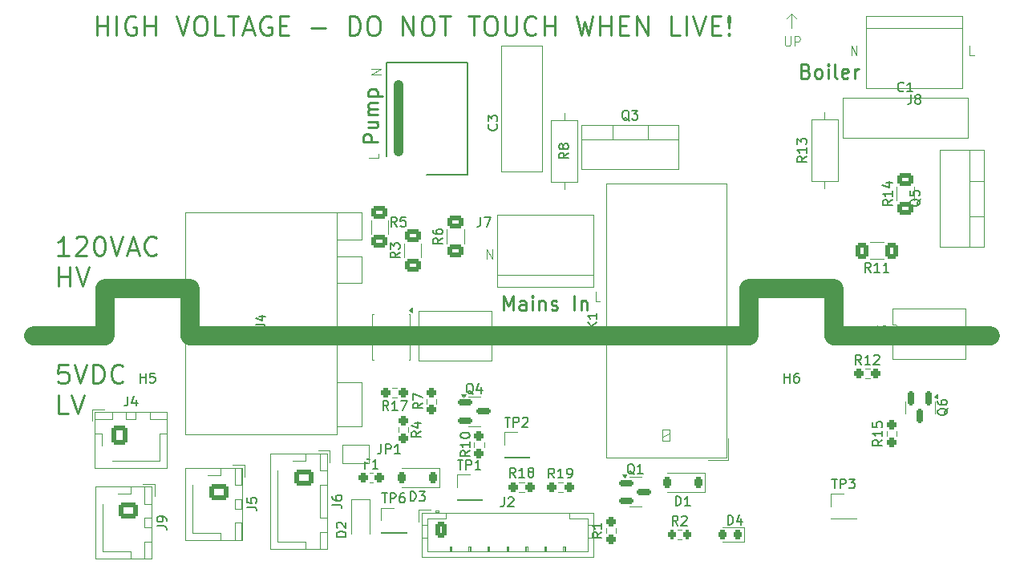
<source format=gto>
G04 #@! TF.GenerationSoftware,KiCad,Pcbnew,8.0.4*
G04 #@! TF.CreationDate,2025-01-01T16:22:17-06:00*
G04 #@! TF.ProjectId,HVBoard,4856426f-6172-4642-9e6b-696361645f70,rev?*
G04 #@! TF.SameCoordinates,Original*
G04 #@! TF.FileFunction,Legend,Top*
G04 #@! TF.FilePolarity,Positive*
%FSLAX46Y46*%
G04 Gerber Fmt 4.6, Leading zero omitted, Abs format (unit mm)*
G04 Created by KiCad (PCBNEW 8.0.4) date 2025-01-01 16:22:17*
%MOMM*%
%LPD*%
G01*
G04 APERTURE LIST*
G04 Aperture macros list*
%AMRoundRect*
0 Rectangle with rounded corners*
0 $1 Rounding radius*
0 $2 $3 $4 $5 $6 $7 $8 $9 X,Y pos of 4 corners*
0 Add a 4 corners polygon primitive as box body*
4,1,4,$2,$3,$4,$5,$6,$7,$8,$9,$2,$3,0*
0 Add four circle primitives for the rounded corners*
1,1,$1+$1,$2,$3*
1,1,$1+$1,$4,$5*
1,1,$1+$1,$6,$7*
1,1,$1+$1,$8,$9*
0 Add four rect primitives between the rounded corners*
20,1,$1+$1,$2,$3,$4,$5,0*
20,1,$1+$1,$4,$5,$6,$7,0*
20,1,$1+$1,$6,$7,$8,$9,0*
20,1,$1+$1,$8,$9,$2,$3,0*%
G04 Aperture macros list end*
%ADD10C,0.100000*%
%ADD11C,0.250000*%
%ADD12C,2.000000*%
%ADD13C,1.000000*%
%ADD14C,0.150000*%
%ADD15C,0.254000*%
%ADD16C,0.200000*%
%ADD17C,0.120000*%
%ADD18C,3.200000*%
%ADD19R,3.000000X3.000000*%
%ADD20C,3.000000*%
%ADD21RoundRect,0.237500X0.250000X0.237500X-0.250000X0.237500X-0.250000X-0.237500X0.250000X-0.237500X0*%
%ADD22RoundRect,0.237500X-0.237500X0.250000X-0.237500X-0.250000X0.237500X-0.250000X0.237500X0.250000X0*%
%ADD23RoundRect,0.237500X-0.250000X-0.237500X0.250000X-0.237500X0.250000X0.237500X-0.250000X0.237500X0*%
%ADD24RoundRect,0.225000X0.225000X0.375000X-0.225000X0.375000X-0.225000X-0.375000X0.225000X-0.375000X0*%
%ADD25RoundRect,0.237500X-0.287500X-0.237500X0.287500X-0.237500X0.287500X0.237500X-0.287500X0.237500X0*%
%ADD26RoundRect,0.237500X0.237500X-0.250000X0.237500X0.250000X-0.237500X0.250000X-0.237500X-0.250000X0*%
%ADD27RoundRect,0.150000X-0.150000X0.587500X-0.150000X-0.587500X0.150000X-0.587500X0.150000X0.587500X0*%
%ADD28R,2.000000X1.905000*%
%ADD29O,2.000000X1.905000*%
%ADD30RoundRect,0.250000X0.625000X-0.400000X0.625000X0.400000X-0.625000X0.400000X-0.625000X-0.400000X0*%
%ADD31R,1.600000X1.600000*%
%ADD32O,1.600000X1.600000*%
%ADD33R,1.700000X1.700000*%
%ADD34C,1.600000*%
%ADD35C,1.200000*%
%ADD36RoundRect,0.250000X-0.750000X0.600000X-0.750000X-0.600000X0.750000X-0.600000X0.750000X0.600000X0*%
%ADD37O,2.000000X1.700000*%
%ADD38RoundRect,0.150000X-0.587500X-0.150000X0.587500X-0.150000X0.587500X0.150000X-0.587500X0.150000X0*%
%ADD39R,0.640000X2.000000*%
%ADD40R,2.700000X2.700000*%
%ADD41C,2.700000*%
%ADD42R,1.000000X1.500000*%
%ADD43RoundRect,0.250000X-0.600000X-0.750000X0.600000X-0.750000X0.600000X0.750000X-0.600000X0.750000X0*%
%ADD44O,1.700000X2.000000*%
%ADD45RoundRect,0.200000X-0.200000X-0.275000X0.200000X-0.275000X0.200000X0.275000X-0.200000X0.275000X0*%
%ADD46RoundRect,0.250000X0.400000X0.625000X-0.400000X0.625000X-0.400000X-0.625000X0.400000X-0.625000X0*%
%ADD47RoundRect,0.250000X-0.725000X0.600000X-0.725000X-0.600000X0.725000X-0.600000X0.725000X0.600000X0*%
%ADD48O,1.950000X1.700000*%
%ADD49R,1.200000X1.200000*%
%ADD50C,2.000000*%
%ADD51R,2.000000X2.000000*%
%ADD52R,1.905000X2.000000*%
%ADD53O,1.905000X2.000000*%
%ADD54RoundRect,0.250000X-0.350000X-0.625000X0.350000X-0.625000X0.350000X0.625000X-0.350000X0.625000X0*%
%ADD55O,1.200000X1.750000*%
%ADD56RoundRect,0.218750X0.218750X0.256250X-0.218750X0.256250X-0.218750X-0.256250X0.218750X-0.256250X0*%
%ADD57R,1.524000X1.524000*%
G04 APERTURE END LIST*
D10*
X70780074Y-43372419D02*
X70303884Y-43372419D01*
X70303884Y-43372419D02*
X70303884Y-42372419D01*
X58803884Y-38872419D02*
X58803884Y-37872419D01*
X58803884Y-37872419D02*
X59375312Y-38872419D01*
X59375312Y-38872419D02*
X59375312Y-37872419D01*
D11*
X60571427Y-44303428D02*
X60571427Y-42803428D01*
X60571427Y-42803428D02*
X61071427Y-43874857D01*
X61071427Y-43874857D02*
X61571427Y-42803428D01*
X61571427Y-42803428D02*
X61571427Y-44303428D01*
X62928571Y-44303428D02*
X62928571Y-43517714D01*
X62928571Y-43517714D02*
X62857142Y-43374857D01*
X62857142Y-43374857D02*
X62714285Y-43303428D01*
X62714285Y-43303428D02*
X62428571Y-43303428D01*
X62428571Y-43303428D02*
X62285713Y-43374857D01*
X62928571Y-44232000D02*
X62785713Y-44303428D01*
X62785713Y-44303428D02*
X62428571Y-44303428D01*
X62428571Y-44303428D02*
X62285713Y-44232000D01*
X62285713Y-44232000D02*
X62214285Y-44089142D01*
X62214285Y-44089142D02*
X62214285Y-43946285D01*
X62214285Y-43946285D02*
X62285713Y-43803428D01*
X62285713Y-43803428D02*
X62428571Y-43732000D01*
X62428571Y-43732000D02*
X62785713Y-43732000D01*
X62785713Y-43732000D02*
X62928571Y-43660571D01*
X63642856Y-44303428D02*
X63642856Y-43303428D01*
X63642856Y-42803428D02*
X63571428Y-42874857D01*
X63571428Y-42874857D02*
X63642856Y-42946285D01*
X63642856Y-42946285D02*
X63714285Y-42874857D01*
X63714285Y-42874857D02*
X63642856Y-42803428D01*
X63642856Y-42803428D02*
X63642856Y-42946285D01*
X64357142Y-43303428D02*
X64357142Y-44303428D01*
X64357142Y-43446285D02*
X64428571Y-43374857D01*
X64428571Y-43374857D02*
X64571428Y-43303428D01*
X64571428Y-43303428D02*
X64785714Y-43303428D01*
X64785714Y-43303428D02*
X64928571Y-43374857D01*
X64928571Y-43374857D02*
X65000000Y-43517714D01*
X65000000Y-43517714D02*
X65000000Y-44303428D01*
X65642857Y-44232000D02*
X65785714Y-44303428D01*
X65785714Y-44303428D02*
X66071428Y-44303428D01*
X66071428Y-44303428D02*
X66214285Y-44232000D01*
X66214285Y-44232000D02*
X66285714Y-44089142D01*
X66285714Y-44089142D02*
X66285714Y-44017714D01*
X66285714Y-44017714D02*
X66214285Y-43874857D01*
X66214285Y-43874857D02*
X66071428Y-43803428D01*
X66071428Y-43803428D02*
X65857143Y-43803428D01*
X65857143Y-43803428D02*
X65714285Y-43732000D01*
X65714285Y-43732000D02*
X65642857Y-43589142D01*
X65642857Y-43589142D02*
X65642857Y-43517714D01*
X65642857Y-43517714D02*
X65714285Y-43374857D01*
X65714285Y-43374857D02*
X65857143Y-43303428D01*
X65857143Y-43303428D02*
X66071428Y-43303428D01*
X66071428Y-43303428D02*
X66214285Y-43374857D01*
X68071428Y-44303428D02*
X68071428Y-42803428D01*
X68785714Y-43303428D02*
X68785714Y-44303428D01*
X68785714Y-43446285D02*
X68857143Y-43374857D01*
X68857143Y-43374857D02*
X69000000Y-43303428D01*
X69000000Y-43303428D02*
X69214286Y-43303428D01*
X69214286Y-43303428D02*
X69357143Y-43374857D01*
X69357143Y-43374857D02*
X69428572Y-43517714D01*
X69428572Y-43517714D02*
X69428572Y-44303428D01*
X92521615Y-19017714D02*
X92735901Y-19089142D01*
X92735901Y-19089142D02*
X92807330Y-19160571D01*
X92807330Y-19160571D02*
X92878758Y-19303428D01*
X92878758Y-19303428D02*
X92878758Y-19517714D01*
X92878758Y-19517714D02*
X92807330Y-19660571D01*
X92807330Y-19660571D02*
X92735901Y-19732000D01*
X92735901Y-19732000D02*
X92593044Y-19803428D01*
X92593044Y-19803428D02*
X92021615Y-19803428D01*
X92021615Y-19803428D02*
X92021615Y-18303428D01*
X92021615Y-18303428D02*
X92521615Y-18303428D01*
X92521615Y-18303428D02*
X92664473Y-18374857D01*
X92664473Y-18374857D02*
X92735901Y-18446285D01*
X92735901Y-18446285D02*
X92807330Y-18589142D01*
X92807330Y-18589142D02*
X92807330Y-18732000D01*
X92807330Y-18732000D02*
X92735901Y-18874857D01*
X92735901Y-18874857D02*
X92664473Y-18946285D01*
X92664473Y-18946285D02*
X92521615Y-19017714D01*
X92521615Y-19017714D02*
X92021615Y-19017714D01*
X93735901Y-19803428D02*
X93593044Y-19732000D01*
X93593044Y-19732000D02*
X93521615Y-19660571D01*
X93521615Y-19660571D02*
X93450187Y-19517714D01*
X93450187Y-19517714D02*
X93450187Y-19089142D01*
X93450187Y-19089142D02*
X93521615Y-18946285D01*
X93521615Y-18946285D02*
X93593044Y-18874857D01*
X93593044Y-18874857D02*
X93735901Y-18803428D01*
X93735901Y-18803428D02*
X93950187Y-18803428D01*
X93950187Y-18803428D02*
X94093044Y-18874857D01*
X94093044Y-18874857D02*
X94164473Y-18946285D01*
X94164473Y-18946285D02*
X94235901Y-19089142D01*
X94235901Y-19089142D02*
X94235901Y-19517714D01*
X94235901Y-19517714D02*
X94164473Y-19660571D01*
X94164473Y-19660571D02*
X94093044Y-19732000D01*
X94093044Y-19732000D02*
X93950187Y-19803428D01*
X93950187Y-19803428D02*
X93735901Y-19803428D01*
X94878758Y-19803428D02*
X94878758Y-18803428D01*
X94878758Y-18303428D02*
X94807330Y-18374857D01*
X94807330Y-18374857D02*
X94878758Y-18446285D01*
X94878758Y-18446285D02*
X94950187Y-18374857D01*
X94950187Y-18374857D02*
X94878758Y-18303428D01*
X94878758Y-18303428D02*
X94878758Y-18446285D01*
X95807330Y-19803428D02*
X95664473Y-19732000D01*
X95664473Y-19732000D02*
X95593044Y-19589142D01*
X95593044Y-19589142D02*
X95593044Y-18303428D01*
X96950187Y-19732000D02*
X96807330Y-19803428D01*
X96807330Y-19803428D02*
X96521616Y-19803428D01*
X96521616Y-19803428D02*
X96378758Y-19732000D01*
X96378758Y-19732000D02*
X96307330Y-19589142D01*
X96307330Y-19589142D02*
X96307330Y-19017714D01*
X96307330Y-19017714D02*
X96378758Y-18874857D01*
X96378758Y-18874857D02*
X96521616Y-18803428D01*
X96521616Y-18803428D02*
X96807330Y-18803428D01*
X96807330Y-18803428D02*
X96950187Y-18874857D01*
X96950187Y-18874857D02*
X97021616Y-19017714D01*
X97021616Y-19017714D02*
X97021616Y-19160571D01*
X97021616Y-19160571D02*
X96307330Y-19303428D01*
X97664472Y-19803428D02*
X97664472Y-18803428D01*
X97664472Y-19089142D02*
X97735901Y-18946285D01*
X97735901Y-18946285D02*
X97807330Y-18874857D01*
X97807330Y-18874857D02*
X97950187Y-18803428D01*
X97950187Y-18803428D02*
X98093044Y-18803428D01*
D10*
X110280074Y-17372419D02*
X109803884Y-17372419D01*
X109803884Y-17372419D02*
X109803884Y-16372419D01*
X97303884Y-17372419D02*
X97303884Y-16372419D01*
X97303884Y-16372419D02*
X97875312Y-17372419D01*
X97875312Y-17372419D02*
X97875312Y-16372419D01*
D12*
X95500000Y-42000000D02*
X86500000Y-42000000D01*
D10*
X91000000Y-13000000D02*
X91500000Y-13500000D01*
D12*
X27500000Y-47000000D02*
X86500000Y-47000000D01*
X95500000Y-47000000D02*
X95500000Y-42000000D01*
X27500000Y-47000000D02*
X27500000Y-42000000D01*
X27500000Y-42000000D02*
X18500000Y-42000000D01*
X18500000Y-47000000D02*
X18500000Y-42000000D01*
X11000000Y-47000000D02*
X18500000Y-47000000D01*
X112000000Y-47000000D02*
X95500000Y-47000000D01*
D10*
X91000000Y-13000000D02*
X90500000Y-13500000D01*
D12*
X86500000Y-47000000D02*
X86500000Y-42000000D01*
D10*
X90500000Y-13500000D02*
X91000000Y-13000000D01*
X91000000Y-14500000D02*
X91000000Y-13000000D01*
D13*
X49500000Y-27540000D02*
X49500000Y-20540000D01*
D11*
X14593044Y-50022350D02*
X13640663Y-50022350D01*
X13640663Y-50022350D02*
X13545425Y-50974731D01*
X13545425Y-50974731D02*
X13640663Y-50879492D01*
X13640663Y-50879492D02*
X13831139Y-50784254D01*
X13831139Y-50784254D02*
X14307330Y-50784254D01*
X14307330Y-50784254D02*
X14497806Y-50879492D01*
X14497806Y-50879492D02*
X14593044Y-50974731D01*
X14593044Y-50974731D02*
X14688282Y-51165207D01*
X14688282Y-51165207D02*
X14688282Y-51641397D01*
X14688282Y-51641397D02*
X14593044Y-51831873D01*
X14593044Y-51831873D02*
X14497806Y-51927112D01*
X14497806Y-51927112D02*
X14307330Y-52022350D01*
X14307330Y-52022350D02*
X13831139Y-52022350D01*
X13831139Y-52022350D02*
X13640663Y-51927112D01*
X13640663Y-51927112D02*
X13545425Y-51831873D01*
X15259711Y-50022350D02*
X15926377Y-52022350D01*
X15926377Y-52022350D02*
X16593044Y-50022350D01*
X17259711Y-52022350D02*
X17259711Y-50022350D01*
X17259711Y-50022350D02*
X17735901Y-50022350D01*
X17735901Y-50022350D02*
X18021616Y-50117588D01*
X18021616Y-50117588D02*
X18212092Y-50308064D01*
X18212092Y-50308064D02*
X18307330Y-50498540D01*
X18307330Y-50498540D02*
X18402568Y-50879492D01*
X18402568Y-50879492D02*
X18402568Y-51165207D01*
X18402568Y-51165207D02*
X18307330Y-51546159D01*
X18307330Y-51546159D02*
X18212092Y-51736635D01*
X18212092Y-51736635D02*
X18021616Y-51927112D01*
X18021616Y-51927112D02*
X17735901Y-52022350D01*
X17735901Y-52022350D02*
X17259711Y-52022350D01*
X20402568Y-51831873D02*
X20307330Y-51927112D01*
X20307330Y-51927112D02*
X20021616Y-52022350D01*
X20021616Y-52022350D02*
X19831140Y-52022350D01*
X19831140Y-52022350D02*
X19545425Y-51927112D01*
X19545425Y-51927112D02*
X19354949Y-51736635D01*
X19354949Y-51736635D02*
X19259711Y-51546159D01*
X19259711Y-51546159D02*
X19164473Y-51165207D01*
X19164473Y-51165207D02*
X19164473Y-50879492D01*
X19164473Y-50879492D02*
X19259711Y-50498540D01*
X19259711Y-50498540D02*
X19354949Y-50308064D01*
X19354949Y-50308064D02*
X19545425Y-50117588D01*
X19545425Y-50117588D02*
X19831140Y-50022350D01*
X19831140Y-50022350D02*
X20021616Y-50022350D01*
X20021616Y-50022350D02*
X20307330Y-50117588D01*
X20307330Y-50117588D02*
X20402568Y-50212826D01*
X14593044Y-55242238D02*
X13640663Y-55242238D01*
X13640663Y-55242238D02*
X13640663Y-53242238D01*
X14973997Y-53242238D02*
X15640663Y-55242238D01*
X15640663Y-55242238D02*
X16307330Y-53242238D01*
D10*
X47372419Y-27759925D02*
X47372419Y-28236115D01*
X47372419Y-28236115D02*
X46372419Y-28236115D01*
X46627580Y-18843884D02*
X47627580Y-18843884D01*
X47627580Y-18843884D02*
X46627580Y-19415312D01*
X46627580Y-19415312D02*
X47627580Y-19415312D01*
D11*
X47303428Y-26518384D02*
X45803428Y-26518384D01*
X45803428Y-26518384D02*
X45803428Y-25946955D01*
X45803428Y-25946955D02*
X45874857Y-25804098D01*
X45874857Y-25804098D02*
X45946285Y-25732669D01*
X45946285Y-25732669D02*
X46089142Y-25661241D01*
X46089142Y-25661241D02*
X46303428Y-25661241D01*
X46303428Y-25661241D02*
X46446285Y-25732669D01*
X46446285Y-25732669D02*
X46517714Y-25804098D01*
X46517714Y-25804098D02*
X46589142Y-25946955D01*
X46589142Y-25946955D02*
X46589142Y-26518384D01*
X46303428Y-24375527D02*
X47303428Y-24375527D01*
X46303428Y-25018384D02*
X47089142Y-25018384D01*
X47089142Y-25018384D02*
X47232000Y-24946955D01*
X47232000Y-24946955D02*
X47303428Y-24804098D01*
X47303428Y-24804098D02*
X47303428Y-24589812D01*
X47303428Y-24589812D02*
X47232000Y-24446955D01*
X47232000Y-24446955D02*
X47160571Y-24375527D01*
X47303428Y-23661241D02*
X46303428Y-23661241D01*
X46446285Y-23661241D02*
X46374857Y-23589812D01*
X46374857Y-23589812D02*
X46303428Y-23446955D01*
X46303428Y-23446955D02*
X46303428Y-23232669D01*
X46303428Y-23232669D02*
X46374857Y-23089812D01*
X46374857Y-23089812D02*
X46517714Y-23018384D01*
X46517714Y-23018384D02*
X47303428Y-23018384D01*
X46517714Y-23018384D02*
X46374857Y-22946955D01*
X46374857Y-22946955D02*
X46303428Y-22804098D01*
X46303428Y-22804098D02*
X46303428Y-22589812D01*
X46303428Y-22589812D02*
X46374857Y-22446955D01*
X46374857Y-22446955D02*
X46517714Y-22375526D01*
X46517714Y-22375526D02*
X47303428Y-22375526D01*
X46303428Y-21661241D02*
X47803428Y-21661241D01*
X46374857Y-21661241D02*
X46303428Y-21518384D01*
X46303428Y-21518384D02*
X46303428Y-21232669D01*
X46303428Y-21232669D02*
X46374857Y-21089812D01*
X46374857Y-21089812D02*
X46446285Y-21018384D01*
X46446285Y-21018384D02*
X46589142Y-20946955D01*
X46589142Y-20946955D02*
X47017714Y-20946955D01*
X47017714Y-20946955D02*
X47160571Y-21018384D01*
X47160571Y-21018384D02*
X47232000Y-21089812D01*
X47232000Y-21089812D02*
X47303428Y-21232669D01*
X47303428Y-21232669D02*
X47303428Y-21518384D01*
X47303428Y-21518384D02*
X47232000Y-21661241D01*
D10*
X90303884Y-15372419D02*
X90303884Y-16181942D01*
X90303884Y-16181942D02*
X90351503Y-16277180D01*
X90351503Y-16277180D02*
X90399122Y-16324800D01*
X90399122Y-16324800D02*
X90494360Y-16372419D01*
X90494360Y-16372419D02*
X90684836Y-16372419D01*
X90684836Y-16372419D02*
X90780074Y-16324800D01*
X90780074Y-16324800D02*
X90827693Y-16277180D01*
X90827693Y-16277180D02*
X90875312Y-16181942D01*
X90875312Y-16181942D02*
X90875312Y-15372419D01*
X91351503Y-16372419D02*
X91351503Y-15372419D01*
X91351503Y-15372419D02*
X91732455Y-15372419D01*
X91732455Y-15372419D02*
X91827693Y-15420038D01*
X91827693Y-15420038D02*
X91875312Y-15467657D01*
X91875312Y-15467657D02*
X91922931Y-15562895D01*
X91922931Y-15562895D02*
X91922931Y-15705752D01*
X91922931Y-15705752D02*
X91875312Y-15800990D01*
X91875312Y-15800990D02*
X91827693Y-15848609D01*
X91827693Y-15848609D02*
X91732455Y-15896228D01*
X91732455Y-15896228D02*
X91351503Y-15896228D01*
D11*
X17640663Y-15242238D02*
X17640663Y-13242238D01*
X17640663Y-14194619D02*
X18783520Y-14194619D01*
X18783520Y-15242238D02*
X18783520Y-13242238D01*
X19735901Y-15242238D02*
X19735901Y-13242238D01*
X21735901Y-13337476D02*
X21545425Y-13242238D01*
X21545425Y-13242238D02*
X21259711Y-13242238D01*
X21259711Y-13242238D02*
X20973996Y-13337476D01*
X20973996Y-13337476D02*
X20783520Y-13527952D01*
X20783520Y-13527952D02*
X20688282Y-13718428D01*
X20688282Y-13718428D02*
X20593044Y-14099380D01*
X20593044Y-14099380D02*
X20593044Y-14385095D01*
X20593044Y-14385095D02*
X20688282Y-14766047D01*
X20688282Y-14766047D02*
X20783520Y-14956523D01*
X20783520Y-14956523D02*
X20973996Y-15147000D01*
X20973996Y-15147000D02*
X21259711Y-15242238D01*
X21259711Y-15242238D02*
X21450187Y-15242238D01*
X21450187Y-15242238D02*
X21735901Y-15147000D01*
X21735901Y-15147000D02*
X21831139Y-15051761D01*
X21831139Y-15051761D02*
X21831139Y-14385095D01*
X21831139Y-14385095D02*
X21450187Y-14385095D01*
X22688282Y-15242238D02*
X22688282Y-13242238D01*
X22688282Y-14194619D02*
X23831139Y-14194619D01*
X23831139Y-15242238D02*
X23831139Y-13242238D01*
X26021616Y-13242238D02*
X26688282Y-15242238D01*
X26688282Y-15242238D02*
X27354949Y-13242238D01*
X28402568Y-13242238D02*
X28783521Y-13242238D01*
X28783521Y-13242238D02*
X28973997Y-13337476D01*
X28973997Y-13337476D02*
X29164473Y-13527952D01*
X29164473Y-13527952D02*
X29259711Y-13908904D01*
X29259711Y-13908904D02*
X29259711Y-14575571D01*
X29259711Y-14575571D02*
X29164473Y-14956523D01*
X29164473Y-14956523D02*
X28973997Y-15147000D01*
X28973997Y-15147000D02*
X28783521Y-15242238D01*
X28783521Y-15242238D02*
X28402568Y-15242238D01*
X28402568Y-15242238D02*
X28212092Y-15147000D01*
X28212092Y-15147000D02*
X28021616Y-14956523D01*
X28021616Y-14956523D02*
X27926378Y-14575571D01*
X27926378Y-14575571D02*
X27926378Y-13908904D01*
X27926378Y-13908904D02*
X28021616Y-13527952D01*
X28021616Y-13527952D02*
X28212092Y-13337476D01*
X28212092Y-13337476D02*
X28402568Y-13242238D01*
X31069235Y-15242238D02*
X30116854Y-15242238D01*
X30116854Y-15242238D02*
X30116854Y-13242238D01*
X31450188Y-13242238D02*
X32593045Y-13242238D01*
X32021616Y-15242238D02*
X32021616Y-13242238D01*
X33164474Y-14670809D02*
X34116855Y-14670809D01*
X32973998Y-15242238D02*
X33640664Y-13242238D01*
X33640664Y-13242238D02*
X34307331Y-15242238D01*
X36021617Y-13337476D02*
X35831141Y-13242238D01*
X35831141Y-13242238D02*
X35545427Y-13242238D01*
X35545427Y-13242238D02*
X35259712Y-13337476D01*
X35259712Y-13337476D02*
X35069236Y-13527952D01*
X35069236Y-13527952D02*
X34973998Y-13718428D01*
X34973998Y-13718428D02*
X34878760Y-14099380D01*
X34878760Y-14099380D02*
X34878760Y-14385095D01*
X34878760Y-14385095D02*
X34973998Y-14766047D01*
X34973998Y-14766047D02*
X35069236Y-14956523D01*
X35069236Y-14956523D02*
X35259712Y-15147000D01*
X35259712Y-15147000D02*
X35545427Y-15242238D01*
X35545427Y-15242238D02*
X35735903Y-15242238D01*
X35735903Y-15242238D02*
X36021617Y-15147000D01*
X36021617Y-15147000D02*
X36116855Y-15051761D01*
X36116855Y-15051761D02*
X36116855Y-14385095D01*
X36116855Y-14385095D02*
X35735903Y-14385095D01*
X36973998Y-14194619D02*
X37640665Y-14194619D01*
X37926379Y-15242238D02*
X36973998Y-15242238D01*
X36973998Y-15242238D02*
X36973998Y-13242238D01*
X36973998Y-13242238D02*
X37926379Y-13242238D01*
X40307332Y-14480333D02*
X41831142Y-14480333D01*
X44307332Y-15242238D02*
X44307332Y-13242238D01*
X44307332Y-13242238D02*
X44783522Y-13242238D01*
X44783522Y-13242238D02*
X45069237Y-13337476D01*
X45069237Y-13337476D02*
X45259713Y-13527952D01*
X45259713Y-13527952D02*
X45354951Y-13718428D01*
X45354951Y-13718428D02*
X45450189Y-14099380D01*
X45450189Y-14099380D02*
X45450189Y-14385095D01*
X45450189Y-14385095D02*
X45354951Y-14766047D01*
X45354951Y-14766047D02*
X45259713Y-14956523D01*
X45259713Y-14956523D02*
X45069237Y-15147000D01*
X45069237Y-15147000D02*
X44783522Y-15242238D01*
X44783522Y-15242238D02*
X44307332Y-15242238D01*
X46688284Y-13242238D02*
X47069237Y-13242238D01*
X47069237Y-13242238D02*
X47259713Y-13337476D01*
X47259713Y-13337476D02*
X47450189Y-13527952D01*
X47450189Y-13527952D02*
X47545427Y-13908904D01*
X47545427Y-13908904D02*
X47545427Y-14575571D01*
X47545427Y-14575571D02*
X47450189Y-14956523D01*
X47450189Y-14956523D02*
X47259713Y-15147000D01*
X47259713Y-15147000D02*
X47069237Y-15242238D01*
X47069237Y-15242238D02*
X46688284Y-15242238D01*
X46688284Y-15242238D02*
X46497808Y-15147000D01*
X46497808Y-15147000D02*
X46307332Y-14956523D01*
X46307332Y-14956523D02*
X46212094Y-14575571D01*
X46212094Y-14575571D02*
X46212094Y-13908904D01*
X46212094Y-13908904D02*
X46307332Y-13527952D01*
X46307332Y-13527952D02*
X46497808Y-13337476D01*
X46497808Y-13337476D02*
X46688284Y-13242238D01*
X49926380Y-15242238D02*
X49926380Y-13242238D01*
X49926380Y-13242238D02*
X51069237Y-15242238D01*
X51069237Y-15242238D02*
X51069237Y-13242238D01*
X52402570Y-13242238D02*
X52783523Y-13242238D01*
X52783523Y-13242238D02*
X52973999Y-13337476D01*
X52973999Y-13337476D02*
X53164475Y-13527952D01*
X53164475Y-13527952D02*
X53259713Y-13908904D01*
X53259713Y-13908904D02*
X53259713Y-14575571D01*
X53259713Y-14575571D02*
X53164475Y-14956523D01*
X53164475Y-14956523D02*
X52973999Y-15147000D01*
X52973999Y-15147000D02*
X52783523Y-15242238D01*
X52783523Y-15242238D02*
X52402570Y-15242238D01*
X52402570Y-15242238D02*
X52212094Y-15147000D01*
X52212094Y-15147000D02*
X52021618Y-14956523D01*
X52021618Y-14956523D02*
X51926380Y-14575571D01*
X51926380Y-14575571D02*
X51926380Y-13908904D01*
X51926380Y-13908904D02*
X52021618Y-13527952D01*
X52021618Y-13527952D02*
X52212094Y-13337476D01*
X52212094Y-13337476D02*
X52402570Y-13242238D01*
X53831142Y-13242238D02*
X54973999Y-13242238D01*
X54402570Y-15242238D02*
X54402570Y-13242238D01*
X56878762Y-13242238D02*
X58021619Y-13242238D01*
X57450190Y-15242238D02*
X57450190Y-13242238D01*
X59069238Y-13242238D02*
X59450191Y-13242238D01*
X59450191Y-13242238D02*
X59640667Y-13337476D01*
X59640667Y-13337476D02*
X59831143Y-13527952D01*
X59831143Y-13527952D02*
X59926381Y-13908904D01*
X59926381Y-13908904D02*
X59926381Y-14575571D01*
X59926381Y-14575571D02*
X59831143Y-14956523D01*
X59831143Y-14956523D02*
X59640667Y-15147000D01*
X59640667Y-15147000D02*
X59450191Y-15242238D01*
X59450191Y-15242238D02*
X59069238Y-15242238D01*
X59069238Y-15242238D02*
X58878762Y-15147000D01*
X58878762Y-15147000D02*
X58688286Y-14956523D01*
X58688286Y-14956523D02*
X58593048Y-14575571D01*
X58593048Y-14575571D02*
X58593048Y-13908904D01*
X58593048Y-13908904D02*
X58688286Y-13527952D01*
X58688286Y-13527952D02*
X58878762Y-13337476D01*
X58878762Y-13337476D02*
X59069238Y-13242238D01*
X60783524Y-13242238D02*
X60783524Y-14861285D01*
X60783524Y-14861285D02*
X60878762Y-15051761D01*
X60878762Y-15051761D02*
X60974000Y-15147000D01*
X60974000Y-15147000D02*
X61164476Y-15242238D01*
X61164476Y-15242238D02*
X61545429Y-15242238D01*
X61545429Y-15242238D02*
X61735905Y-15147000D01*
X61735905Y-15147000D02*
X61831143Y-15051761D01*
X61831143Y-15051761D02*
X61926381Y-14861285D01*
X61926381Y-14861285D02*
X61926381Y-13242238D01*
X64021619Y-15051761D02*
X63926381Y-15147000D01*
X63926381Y-15147000D02*
X63640667Y-15242238D01*
X63640667Y-15242238D02*
X63450191Y-15242238D01*
X63450191Y-15242238D02*
X63164476Y-15147000D01*
X63164476Y-15147000D02*
X62974000Y-14956523D01*
X62974000Y-14956523D02*
X62878762Y-14766047D01*
X62878762Y-14766047D02*
X62783524Y-14385095D01*
X62783524Y-14385095D02*
X62783524Y-14099380D01*
X62783524Y-14099380D02*
X62878762Y-13718428D01*
X62878762Y-13718428D02*
X62974000Y-13527952D01*
X62974000Y-13527952D02*
X63164476Y-13337476D01*
X63164476Y-13337476D02*
X63450191Y-13242238D01*
X63450191Y-13242238D02*
X63640667Y-13242238D01*
X63640667Y-13242238D02*
X63926381Y-13337476D01*
X63926381Y-13337476D02*
X64021619Y-13432714D01*
X64878762Y-15242238D02*
X64878762Y-13242238D01*
X64878762Y-14194619D02*
X66021619Y-14194619D01*
X66021619Y-15242238D02*
X66021619Y-13242238D01*
X68307334Y-13242238D02*
X68783524Y-15242238D01*
X68783524Y-15242238D02*
X69164477Y-13813666D01*
X69164477Y-13813666D02*
X69545429Y-15242238D01*
X69545429Y-15242238D02*
X70021620Y-13242238D01*
X70783524Y-15242238D02*
X70783524Y-13242238D01*
X70783524Y-14194619D02*
X71926381Y-14194619D01*
X71926381Y-15242238D02*
X71926381Y-13242238D01*
X72878762Y-14194619D02*
X73545429Y-14194619D01*
X73831143Y-15242238D02*
X72878762Y-15242238D01*
X72878762Y-15242238D02*
X72878762Y-13242238D01*
X72878762Y-13242238D02*
X73831143Y-13242238D01*
X74688286Y-15242238D02*
X74688286Y-13242238D01*
X74688286Y-13242238D02*
X75831143Y-15242238D01*
X75831143Y-15242238D02*
X75831143Y-13242238D01*
X79259715Y-15242238D02*
X78307334Y-15242238D01*
X78307334Y-15242238D02*
X78307334Y-13242238D01*
X79926382Y-15242238D02*
X79926382Y-13242238D01*
X80593049Y-13242238D02*
X81259715Y-15242238D01*
X81259715Y-15242238D02*
X81926382Y-13242238D01*
X82593049Y-14194619D02*
X83259716Y-14194619D01*
X83545430Y-15242238D02*
X82593049Y-15242238D01*
X82593049Y-15242238D02*
X82593049Y-13242238D01*
X82593049Y-13242238D02*
X83545430Y-13242238D01*
X84402573Y-15051761D02*
X84497811Y-15147000D01*
X84497811Y-15147000D02*
X84402573Y-15242238D01*
X84402573Y-15242238D02*
X84307335Y-15147000D01*
X84307335Y-15147000D02*
X84402573Y-15051761D01*
X84402573Y-15051761D02*
X84402573Y-15242238D01*
X84402573Y-14480333D02*
X84307335Y-13337476D01*
X84307335Y-13337476D02*
X84402573Y-13242238D01*
X84402573Y-13242238D02*
X84497811Y-13337476D01*
X84497811Y-13337476D02*
X84402573Y-14480333D01*
X84402573Y-14480333D02*
X84402573Y-13242238D01*
X14688282Y-38522350D02*
X13545425Y-38522350D01*
X14116853Y-38522350D02*
X14116853Y-36522350D01*
X14116853Y-36522350D02*
X13926377Y-36808064D01*
X13926377Y-36808064D02*
X13735901Y-36998540D01*
X13735901Y-36998540D02*
X13545425Y-37093778D01*
X15450187Y-36712826D02*
X15545425Y-36617588D01*
X15545425Y-36617588D02*
X15735901Y-36522350D01*
X15735901Y-36522350D02*
X16212092Y-36522350D01*
X16212092Y-36522350D02*
X16402568Y-36617588D01*
X16402568Y-36617588D02*
X16497806Y-36712826D01*
X16497806Y-36712826D02*
X16593044Y-36903302D01*
X16593044Y-36903302D02*
X16593044Y-37093778D01*
X16593044Y-37093778D02*
X16497806Y-37379492D01*
X16497806Y-37379492D02*
X15354949Y-38522350D01*
X15354949Y-38522350D02*
X16593044Y-38522350D01*
X17831139Y-36522350D02*
X18021616Y-36522350D01*
X18021616Y-36522350D02*
X18212092Y-36617588D01*
X18212092Y-36617588D02*
X18307330Y-36712826D01*
X18307330Y-36712826D02*
X18402568Y-36903302D01*
X18402568Y-36903302D02*
X18497806Y-37284254D01*
X18497806Y-37284254D02*
X18497806Y-37760445D01*
X18497806Y-37760445D02*
X18402568Y-38141397D01*
X18402568Y-38141397D02*
X18307330Y-38331873D01*
X18307330Y-38331873D02*
X18212092Y-38427112D01*
X18212092Y-38427112D02*
X18021616Y-38522350D01*
X18021616Y-38522350D02*
X17831139Y-38522350D01*
X17831139Y-38522350D02*
X17640663Y-38427112D01*
X17640663Y-38427112D02*
X17545425Y-38331873D01*
X17545425Y-38331873D02*
X17450187Y-38141397D01*
X17450187Y-38141397D02*
X17354949Y-37760445D01*
X17354949Y-37760445D02*
X17354949Y-37284254D01*
X17354949Y-37284254D02*
X17450187Y-36903302D01*
X17450187Y-36903302D02*
X17545425Y-36712826D01*
X17545425Y-36712826D02*
X17640663Y-36617588D01*
X17640663Y-36617588D02*
X17831139Y-36522350D01*
X19069235Y-36522350D02*
X19735901Y-38522350D01*
X19735901Y-38522350D02*
X20402568Y-36522350D01*
X20973997Y-37950921D02*
X21926378Y-37950921D01*
X20783521Y-38522350D02*
X21450187Y-36522350D01*
X21450187Y-36522350D02*
X22116854Y-38522350D01*
X23926378Y-38331873D02*
X23831140Y-38427112D01*
X23831140Y-38427112D02*
X23545426Y-38522350D01*
X23545426Y-38522350D02*
X23354950Y-38522350D01*
X23354950Y-38522350D02*
X23069235Y-38427112D01*
X23069235Y-38427112D02*
X22878759Y-38236635D01*
X22878759Y-38236635D02*
X22783521Y-38046159D01*
X22783521Y-38046159D02*
X22688283Y-37665207D01*
X22688283Y-37665207D02*
X22688283Y-37379492D01*
X22688283Y-37379492D02*
X22783521Y-36998540D01*
X22783521Y-36998540D02*
X22878759Y-36808064D01*
X22878759Y-36808064D02*
X23069235Y-36617588D01*
X23069235Y-36617588D02*
X23354950Y-36522350D01*
X23354950Y-36522350D02*
X23545426Y-36522350D01*
X23545426Y-36522350D02*
X23831140Y-36617588D01*
X23831140Y-36617588D02*
X23926378Y-36712826D01*
X13640663Y-41742238D02*
X13640663Y-39742238D01*
X13640663Y-40694619D02*
X14783520Y-40694619D01*
X14783520Y-41742238D02*
X14783520Y-39742238D01*
X15450187Y-39742238D02*
X16116853Y-41742238D01*
X16116853Y-41742238D02*
X16783520Y-39742238D01*
D14*
X90238095Y-51954819D02*
X90238095Y-50954819D01*
X90238095Y-51431009D02*
X90809523Y-51431009D01*
X90809523Y-51954819D02*
X90809523Y-50954819D01*
X91714285Y-50954819D02*
X91523809Y-50954819D01*
X91523809Y-50954819D02*
X91428571Y-51002438D01*
X91428571Y-51002438D02*
X91380952Y-51050057D01*
X91380952Y-51050057D02*
X91285714Y-51192914D01*
X91285714Y-51192914D02*
X91238095Y-51383390D01*
X91238095Y-51383390D02*
X91238095Y-51764342D01*
X91238095Y-51764342D02*
X91285714Y-51859580D01*
X91285714Y-51859580D02*
X91333333Y-51907200D01*
X91333333Y-51907200D02*
X91428571Y-51954819D01*
X91428571Y-51954819D02*
X91619047Y-51954819D01*
X91619047Y-51954819D02*
X91714285Y-51907200D01*
X91714285Y-51907200D02*
X91761904Y-51859580D01*
X91761904Y-51859580D02*
X91809523Y-51764342D01*
X91809523Y-51764342D02*
X91809523Y-51526247D01*
X91809523Y-51526247D02*
X91761904Y-51431009D01*
X91761904Y-51431009D02*
X91714285Y-51383390D01*
X91714285Y-51383390D02*
X91619047Y-51335771D01*
X91619047Y-51335771D02*
X91428571Y-51335771D01*
X91428571Y-51335771D02*
X91333333Y-51383390D01*
X91333333Y-51383390D02*
X91285714Y-51431009D01*
X91285714Y-51431009D02*
X91238095Y-51526247D01*
X22238095Y-51954819D02*
X22238095Y-50954819D01*
X22238095Y-51431009D02*
X22809523Y-51431009D01*
X22809523Y-51954819D02*
X22809523Y-50954819D01*
X23761904Y-50954819D02*
X23285714Y-50954819D01*
X23285714Y-50954819D02*
X23238095Y-51431009D01*
X23238095Y-51431009D02*
X23285714Y-51383390D01*
X23285714Y-51383390D02*
X23380952Y-51335771D01*
X23380952Y-51335771D02*
X23619047Y-51335771D01*
X23619047Y-51335771D02*
X23714285Y-51383390D01*
X23714285Y-51383390D02*
X23761904Y-51431009D01*
X23761904Y-51431009D02*
X23809523Y-51526247D01*
X23809523Y-51526247D02*
X23809523Y-51764342D01*
X23809523Y-51764342D02*
X23761904Y-51859580D01*
X23761904Y-51859580D02*
X23714285Y-51907200D01*
X23714285Y-51907200D02*
X23619047Y-51954819D01*
X23619047Y-51954819D02*
X23380952Y-51954819D01*
X23380952Y-51954819D02*
X23285714Y-51907200D01*
X23285714Y-51907200D02*
X23238095Y-51859580D01*
X58166666Y-34454819D02*
X58166666Y-35169104D01*
X58166666Y-35169104D02*
X58119047Y-35311961D01*
X58119047Y-35311961D02*
X58023809Y-35407200D01*
X58023809Y-35407200D02*
X57880952Y-35454819D01*
X57880952Y-35454819D02*
X57785714Y-35454819D01*
X58547619Y-34454819D02*
X59214285Y-34454819D01*
X59214285Y-34454819D02*
X58785714Y-35454819D01*
X48444642Y-54884819D02*
X48111309Y-54408628D01*
X47873214Y-54884819D02*
X47873214Y-53884819D01*
X47873214Y-53884819D02*
X48254166Y-53884819D01*
X48254166Y-53884819D02*
X48349404Y-53932438D01*
X48349404Y-53932438D02*
X48397023Y-53980057D01*
X48397023Y-53980057D02*
X48444642Y-54075295D01*
X48444642Y-54075295D02*
X48444642Y-54218152D01*
X48444642Y-54218152D02*
X48397023Y-54313390D01*
X48397023Y-54313390D02*
X48349404Y-54361009D01*
X48349404Y-54361009D02*
X48254166Y-54408628D01*
X48254166Y-54408628D02*
X47873214Y-54408628D01*
X49397023Y-54884819D02*
X48825595Y-54884819D01*
X49111309Y-54884819D02*
X49111309Y-53884819D01*
X49111309Y-53884819D02*
X49016071Y-54027676D01*
X49016071Y-54027676D02*
X48920833Y-54122914D01*
X48920833Y-54122914D02*
X48825595Y-54170533D01*
X49730357Y-53884819D02*
X50397023Y-53884819D01*
X50397023Y-53884819D02*
X49968452Y-54884819D01*
X51884819Y-57079166D02*
X51408628Y-57412499D01*
X51884819Y-57650594D02*
X50884819Y-57650594D01*
X50884819Y-57650594D02*
X50884819Y-57269642D01*
X50884819Y-57269642D02*
X50932438Y-57174404D01*
X50932438Y-57174404D02*
X50980057Y-57126785D01*
X50980057Y-57126785D02*
X51075295Y-57079166D01*
X51075295Y-57079166D02*
X51218152Y-57079166D01*
X51218152Y-57079166D02*
X51313390Y-57126785D01*
X51313390Y-57126785D02*
X51361009Y-57174404D01*
X51361009Y-57174404D02*
X51408628Y-57269642D01*
X51408628Y-57269642D02*
X51408628Y-57650594D01*
X51218152Y-56222023D02*
X51884819Y-56222023D01*
X50837200Y-56460118D02*
X51551485Y-56698213D01*
X51551485Y-56698213D02*
X51551485Y-56079166D01*
X65944642Y-62024819D02*
X65611309Y-61548628D01*
X65373214Y-62024819D02*
X65373214Y-61024819D01*
X65373214Y-61024819D02*
X65754166Y-61024819D01*
X65754166Y-61024819D02*
X65849404Y-61072438D01*
X65849404Y-61072438D02*
X65897023Y-61120057D01*
X65897023Y-61120057D02*
X65944642Y-61215295D01*
X65944642Y-61215295D02*
X65944642Y-61358152D01*
X65944642Y-61358152D02*
X65897023Y-61453390D01*
X65897023Y-61453390D02*
X65849404Y-61501009D01*
X65849404Y-61501009D02*
X65754166Y-61548628D01*
X65754166Y-61548628D02*
X65373214Y-61548628D01*
X66897023Y-62024819D02*
X66325595Y-62024819D01*
X66611309Y-62024819D02*
X66611309Y-61024819D01*
X66611309Y-61024819D02*
X66516071Y-61167676D01*
X66516071Y-61167676D02*
X66420833Y-61262914D01*
X66420833Y-61262914D02*
X66325595Y-61310533D01*
X67373214Y-62024819D02*
X67563690Y-62024819D01*
X67563690Y-62024819D02*
X67658928Y-61977200D01*
X67658928Y-61977200D02*
X67706547Y-61929580D01*
X67706547Y-61929580D02*
X67801785Y-61786723D01*
X67801785Y-61786723D02*
X67849404Y-61596247D01*
X67849404Y-61596247D02*
X67849404Y-61215295D01*
X67849404Y-61215295D02*
X67801785Y-61120057D01*
X67801785Y-61120057D02*
X67754166Y-61072438D01*
X67754166Y-61072438D02*
X67658928Y-61024819D01*
X67658928Y-61024819D02*
X67468452Y-61024819D01*
X67468452Y-61024819D02*
X67373214Y-61072438D01*
X67373214Y-61072438D02*
X67325595Y-61120057D01*
X67325595Y-61120057D02*
X67277976Y-61215295D01*
X67277976Y-61215295D02*
X67277976Y-61453390D01*
X67277976Y-61453390D02*
X67325595Y-61548628D01*
X67325595Y-61548628D02*
X67373214Y-61596247D01*
X67373214Y-61596247D02*
X67468452Y-61643866D01*
X67468452Y-61643866D02*
X67658928Y-61643866D01*
X67658928Y-61643866D02*
X67754166Y-61596247D01*
X67754166Y-61596247D02*
X67801785Y-61548628D01*
X67801785Y-61548628D02*
X67849404Y-61453390D01*
X78761905Y-64954819D02*
X78761905Y-63954819D01*
X78761905Y-63954819D02*
X79000000Y-63954819D01*
X79000000Y-63954819D02*
X79142857Y-64002438D01*
X79142857Y-64002438D02*
X79238095Y-64097676D01*
X79238095Y-64097676D02*
X79285714Y-64192914D01*
X79285714Y-64192914D02*
X79333333Y-64383390D01*
X79333333Y-64383390D02*
X79333333Y-64526247D01*
X79333333Y-64526247D02*
X79285714Y-64716723D01*
X79285714Y-64716723D02*
X79238095Y-64811961D01*
X79238095Y-64811961D02*
X79142857Y-64907200D01*
X79142857Y-64907200D02*
X79000000Y-64954819D01*
X79000000Y-64954819D02*
X78761905Y-64954819D01*
X80285714Y-64954819D02*
X79714286Y-64954819D01*
X80000000Y-64954819D02*
X80000000Y-63954819D01*
X80000000Y-63954819D02*
X79904762Y-64097676D01*
X79904762Y-64097676D02*
X79809524Y-64192914D01*
X79809524Y-64192914D02*
X79714286Y-64240533D01*
X46291666Y-60501009D02*
X45958333Y-60501009D01*
X45958333Y-61024819D02*
X45958333Y-60024819D01*
X45958333Y-60024819D02*
X46434523Y-60024819D01*
X47339285Y-61024819D02*
X46767857Y-61024819D01*
X47053571Y-61024819D02*
X47053571Y-60024819D01*
X47053571Y-60024819D02*
X46958333Y-60167676D01*
X46958333Y-60167676D02*
X46863095Y-60262914D01*
X46863095Y-60262914D02*
X46767857Y-60310533D01*
X100574819Y-57992857D02*
X100098628Y-58326190D01*
X100574819Y-58564285D02*
X99574819Y-58564285D01*
X99574819Y-58564285D02*
X99574819Y-58183333D01*
X99574819Y-58183333D02*
X99622438Y-58088095D01*
X99622438Y-58088095D02*
X99670057Y-58040476D01*
X99670057Y-58040476D02*
X99765295Y-57992857D01*
X99765295Y-57992857D02*
X99908152Y-57992857D01*
X99908152Y-57992857D02*
X100003390Y-58040476D01*
X100003390Y-58040476D02*
X100051009Y-58088095D01*
X100051009Y-58088095D02*
X100098628Y-58183333D01*
X100098628Y-58183333D02*
X100098628Y-58564285D01*
X100574819Y-57040476D02*
X100574819Y-57611904D01*
X100574819Y-57326190D02*
X99574819Y-57326190D01*
X99574819Y-57326190D02*
X99717676Y-57421428D01*
X99717676Y-57421428D02*
X99812914Y-57516666D01*
X99812914Y-57516666D02*
X99860533Y-57611904D01*
X99574819Y-56135714D02*
X99574819Y-56611904D01*
X99574819Y-56611904D02*
X100051009Y-56659523D01*
X100051009Y-56659523D02*
X100003390Y-56611904D01*
X100003390Y-56611904D02*
X99955771Y-56516666D01*
X99955771Y-56516666D02*
X99955771Y-56278571D01*
X99955771Y-56278571D02*
X100003390Y-56183333D01*
X100003390Y-56183333D02*
X100051009Y-56135714D01*
X100051009Y-56135714D02*
X100146247Y-56088095D01*
X100146247Y-56088095D02*
X100384342Y-56088095D01*
X100384342Y-56088095D02*
X100479580Y-56135714D01*
X100479580Y-56135714D02*
X100527200Y-56183333D01*
X100527200Y-56183333D02*
X100574819Y-56278571D01*
X100574819Y-56278571D02*
X100574819Y-56516666D01*
X100574819Y-56516666D02*
X100527200Y-56611904D01*
X100527200Y-56611904D02*
X100479580Y-56659523D01*
X107500057Y-54657738D02*
X107452438Y-54752976D01*
X107452438Y-54752976D02*
X107357200Y-54848214D01*
X107357200Y-54848214D02*
X107214342Y-54991071D01*
X107214342Y-54991071D02*
X107166723Y-55086309D01*
X107166723Y-55086309D02*
X107166723Y-55181547D01*
X107404819Y-55133928D02*
X107357200Y-55229166D01*
X107357200Y-55229166D02*
X107261961Y-55324404D01*
X107261961Y-55324404D02*
X107071485Y-55372023D01*
X107071485Y-55372023D02*
X106738152Y-55372023D01*
X106738152Y-55372023D02*
X106547676Y-55324404D01*
X106547676Y-55324404D02*
X106452438Y-55229166D01*
X106452438Y-55229166D02*
X106404819Y-55133928D01*
X106404819Y-55133928D02*
X106404819Y-54943452D01*
X106404819Y-54943452D02*
X106452438Y-54848214D01*
X106452438Y-54848214D02*
X106547676Y-54752976D01*
X106547676Y-54752976D02*
X106738152Y-54705357D01*
X106738152Y-54705357D02*
X107071485Y-54705357D01*
X107071485Y-54705357D02*
X107261961Y-54752976D01*
X107261961Y-54752976D02*
X107357200Y-54848214D01*
X107357200Y-54848214D02*
X107404819Y-54943452D01*
X107404819Y-54943452D02*
X107404819Y-55133928D01*
X106404819Y-53848214D02*
X106404819Y-54038690D01*
X106404819Y-54038690D02*
X106452438Y-54133928D01*
X106452438Y-54133928D02*
X106500057Y-54181547D01*
X106500057Y-54181547D02*
X106642914Y-54276785D01*
X106642914Y-54276785D02*
X106833390Y-54324404D01*
X106833390Y-54324404D02*
X107214342Y-54324404D01*
X107214342Y-54324404D02*
X107309580Y-54276785D01*
X107309580Y-54276785D02*
X107357200Y-54229166D01*
X107357200Y-54229166D02*
X107404819Y-54133928D01*
X107404819Y-54133928D02*
X107404819Y-53943452D01*
X107404819Y-53943452D02*
X107357200Y-53848214D01*
X107357200Y-53848214D02*
X107309580Y-53800595D01*
X107309580Y-53800595D02*
X107214342Y-53752976D01*
X107214342Y-53752976D02*
X106976247Y-53752976D01*
X106976247Y-53752976D02*
X106881009Y-53800595D01*
X106881009Y-53800595D02*
X106833390Y-53848214D01*
X106833390Y-53848214D02*
X106785771Y-53943452D01*
X106785771Y-53943452D02*
X106785771Y-54133928D01*
X106785771Y-54133928D02*
X106833390Y-54229166D01*
X106833390Y-54229166D02*
X106881009Y-54276785D01*
X106881009Y-54276785D02*
X106976247Y-54324404D01*
X98357142Y-50024819D02*
X98023809Y-49548628D01*
X97785714Y-50024819D02*
X97785714Y-49024819D01*
X97785714Y-49024819D02*
X98166666Y-49024819D01*
X98166666Y-49024819D02*
X98261904Y-49072438D01*
X98261904Y-49072438D02*
X98309523Y-49120057D01*
X98309523Y-49120057D02*
X98357142Y-49215295D01*
X98357142Y-49215295D02*
X98357142Y-49358152D01*
X98357142Y-49358152D02*
X98309523Y-49453390D01*
X98309523Y-49453390D02*
X98261904Y-49501009D01*
X98261904Y-49501009D02*
X98166666Y-49548628D01*
X98166666Y-49548628D02*
X97785714Y-49548628D01*
X99309523Y-50024819D02*
X98738095Y-50024819D01*
X99023809Y-50024819D02*
X99023809Y-49024819D01*
X99023809Y-49024819D02*
X98928571Y-49167676D01*
X98928571Y-49167676D02*
X98833333Y-49262914D01*
X98833333Y-49262914D02*
X98738095Y-49310533D01*
X99690476Y-49120057D02*
X99738095Y-49072438D01*
X99738095Y-49072438D02*
X99833333Y-49024819D01*
X99833333Y-49024819D02*
X100071428Y-49024819D01*
X100071428Y-49024819D02*
X100166666Y-49072438D01*
X100166666Y-49072438D02*
X100214285Y-49120057D01*
X100214285Y-49120057D02*
X100261904Y-49215295D01*
X100261904Y-49215295D02*
X100261904Y-49310533D01*
X100261904Y-49310533D02*
X100214285Y-49453390D01*
X100214285Y-49453390D02*
X99642857Y-50024819D01*
X99642857Y-50024819D02*
X100261904Y-50024819D01*
X52024819Y-54079166D02*
X51548628Y-54412499D01*
X52024819Y-54650594D02*
X51024819Y-54650594D01*
X51024819Y-54650594D02*
X51024819Y-54269642D01*
X51024819Y-54269642D02*
X51072438Y-54174404D01*
X51072438Y-54174404D02*
X51120057Y-54126785D01*
X51120057Y-54126785D02*
X51215295Y-54079166D01*
X51215295Y-54079166D02*
X51358152Y-54079166D01*
X51358152Y-54079166D02*
X51453390Y-54126785D01*
X51453390Y-54126785D02*
X51501009Y-54174404D01*
X51501009Y-54174404D02*
X51548628Y-54269642D01*
X51548628Y-54269642D02*
X51548628Y-54650594D01*
X51024819Y-53745832D02*
X51024819Y-53079166D01*
X51024819Y-53079166D02*
X52024819Y-53507737D01*
X104605057Y-32555238D02*
X104557438Y-32650476D01*
X104557438Y-32650476D02*
X104462200Y-32745714D01*
X104462200Y-32745714D02*
X104319342Y-32888571D01*
X104319342Y-32888571D02*
X104271723Y-32983809D01*
X104271723Y-32983809D02*
X104271723Y-33079047D01*
X104509819Y-33031428D02*
X104462200Y-33126666D01*
X104462200Y-33126666D02*
X104366961Y-33221904D01*
X104366961Y-33221904D02*
X104176485Y-33269523D01*
X104176485Y-33269523D02*
X103843152Y-33269523D01*
X103843152Y-33269523D02*
X103652676Y-33221904D01*
X103652676Y-33221904D02*
X103557438Y-33126666D01*
X103557438Y-33126666D02*
X103509819Y-33031428D01*
X103509819Y-33031428D02*
X103509819Y-32840952D01*
X103509819Y-32840952D02*
X103557438Y-32745714D01*
X103557438Y-32745714D02*
X103652676Y-32650476D01*
X103652676Y-32650476D02*
X103843152Y-32602857D01*
X103843152Y-32602857D02*
X104176485Y-32602857D01*
X104176485Y-32602857D02*
X104366961Y-32650476D01*
X104366961Y-32650476D02*
X104462200Y-32745714D01*
X104462200Y-32745714D02*
X104509819Y-32840952D01*
X104509819Y-32840952D02*
X104509819Y-33031428D01*
X103509819Y-31698095D02*
X103509819Y-32174285D01*
X103509819Y-32174285D02*
X103986009Y-32221904D01*
X103986009Y-32221904D02*
X103938390Y-32174285D01*
X103938390Y-32174285D02*
X103890771Y-32079047D01*
X103890771Y-32079047D02*
X103890771Y-31840952D01*
X103890771Y-31840952D02*
X103938390Y-31745714D01*
X103938390Y-31745714D02*
X103986009Y-31698095D01*
X103986009Y-31698095D02*
X104081247Y-31650476D01*
X104081247Y-31650476D02*
X104319342Y-31650476D01*
X104319342Y-31650476D02*
X104414580Y-31698095D01*
X104414580Y-31698095D02*
X104462200Y-31745714D01*
X104462200Y-31745714D02*
X104509819Y-31840952D01*
X104509819Y-31840952D02*
X104509819Y-32079047D01*
X104509819Y-32079047D02*
X104462200Y-32174285D01*
X104462200Y-32174285D02*
X104414580Y-32221904D01*
X54134819Y-36666666D02*
X53658628Y-36999999D01*
X54134819Y-37238094D02*
X53134819Y-37238094D01*
X53134819Y-37238094D02*
X53134819Y-36857142D01*
X53134819Y-36857142D02*
X53182438Y-36761904D01*
X53182438Y-36761904D02*
X53230057Y-36714285D01*
X53230057Y-36714285D02*
X53325295Y-36666666D01*
X53325295Y-36666666D02*
X53468152Y-36666666D01*
X53468152Y-36666666D02*
X53563390Y-36714285D01*
X53563390Y-36714285D02*
X53611009Y-36761904D01*
X53611009Y-36761904D02*
X53658628Y-36857142D01*
X53658628Y-36857142D02*
X53658628Y-37238094D01*
X53134819Y-35809523D02*
X53134819Y-35999999D01*
X53134819Y-35999999D02*
X53182438Y-36095237D01*
X53182438Y-36095237D02*
X53230057Y-36142856D01*
X53230057Y-36142856D02*
X53372914Y-36238094D01*
X53372914Y-36238094D02*
X53563390Y-36285713D01*
X53563390Y-36285713D02*
X53944342Y-36285713D01*
X53944342Y-36285713D02*
X54039580Y-36238094D01*
X54039580Y-36238094D02*
X54087200Y-36190475D01*
X54087200Y-36190475D02*
X54134819Y-36095237D01*
X54134819Y-36095237D02*
X54134819Y-35904761D01*
X54134819Y-35904761D02*
X54087200Y-35809523D01*
X54087200Y-35809523D02*
X54039580Y-35761904D01*
X54039580Y-35761904D02*
X53944342Y-35714285D01*
X53944342Y-35714285D02*
X53706247Y-35714285D01*
X53706247Y-35714285D02*
X53611009Y-35761904D01*
X53611009Y-35761904D02*
X53563390Y-35809523D01*
X53563390Y-35809523D02*
X53515771Y-35904761D01*
X53515771Y-35904761D02*
X53515771Y-36095237D01*
X53515771Y-36095237D02*
X53563390Y-36190475D01*
X53563390Y-36190475D02*
X53611009Y-36238094D01*
X53611009Y-36238094D02*
X53706247Y-36285713D01*
X50044819Y-47751904D02*
X50854342Y-47751904D01*
X50854342Y-47751904D02*
X50949580Y-47704285D01*
X50949580Y-47704285D02*
X50997200Y-47656666D01*
X50997200Y-47656666D02*
X51044819Y-47561428D01*
X51044819Y-47561428D02*
X51044819Y-47370952D01*
X51044819Y-47370952D02*
X50997200Y-47275714D01*
X50997200Y-47275714D02*
X50949580Y-47228095D01*
X50949580Y-47228095D02*
X50854342Y-47180476D01*
X50854342Y-47180476D02*
X50044819Y-47180476D01*
X50140057Y-46751904D02*
X50092438Y-46704285D01*
X50092438Y-46704285D02*
X50044819Y-46609047D01*
X50044819Y-46609047D02*
X50044819Y-46370952D01*
X50044819Y-46370952D02*
X50092438Y-46275714D01*
X50092438Y-46275714D02*
X50140057Y-46228095D01*
X50140057Y-46228095D02*
X50235295Y-46180476D01*
X50235295Y-46180476D02*
X50330533Y-46180476D01*
X50330533Y-46180476D02*
X50473390Y-46228095D01*
X50473390Y-46228095D02*
X51044819Y-46799523D01*
X51044819Y-46799523D02*
X51044819Y-46180476D01*
X95238095Y-62124819D02*
X95809523Y-62124819D01*
X95523809Y-63124819D02*
X95523809Y-62124819D01*
X96142857Y-63124819D02*
X96142857Y-62124819D01*
X96142857Y-62124819D02*
X96523809Y-62124819D01*
X96523809Y-62124819D02*
X96619047Y-62172438D01*
X96619047Y-62172438D02*
X96666666Y-62220057D01*
X96666666Y-62220057D02*
X96714285Y-62315295D01*
X96714285Y-62315295D02*
X96714285Y-62458152D01*
X96714285Y-62458152D02*
X96666666Y-62553390D01*
X96666666Y-62553390D02*
X96619047Y-62601009D01*
X96619047Y-62601009D02*
X96523809Y-62648628D01*
X96523809Y-62648628D02*
X96142857Y-62648628D01*
X97047619Y-62124819D02*
X97666666Y-62124819D01*
X97666666Y-62124819D02*
X97333333Y-62505771D01*
X97333333Y-62505771D02*
X97476190Y-62505771D01*
X97476190Y-62505771D02*
X97571428Y-62553390D01*
X97571428Y-62553390D02*
X97619047Y-62601009D01*
X97619047Y-62601009D02*
X97666666Y-62696247D01*
X97666666Y-62696247D02*
X97666666Y-62934342D01*
X97666666Y-62934342D02*
X97619047Y-63029580D01*
X97619047Y-63029580D02*
X97571428Y-63077200D01*
X97571428Y-63077200D02*
X97476190Y-63124819D01*
X97476190Y-63124819D02*
X97190476Y-63124819D01*
X97190476Y-63124819D02*
X97095238Y-63077200D01*
X97095238Y-63077200D02*
X97047619Y-63029580D01*
X70962319Y-67754166D02*
X70486128Y-68087499D01*
X70962319Y-68325594D02*
X69962319Y-68325594D01*
X69962319Y-68325594D02*
X69962319Y-67944642D01*
X69962319Y-67944642D02*
X70009938Y-67849404D01*
X70009938Y-67849404D02*
X70057557Y-67801785D01*
X70057557Y-67801785D02*
X70152795Y-67754166D01*
X70152795Y-67754166D02*
X70295652Y-67754166D01*
X70295652Y-67754166D02*
X70390890Y-67801785D01*
X70390890Y-67801785D02*
X70438509Y-67849404D01*
X70438509Y-67849404D02*
X70486128Y-67944642D01*
X70486128Y-67944642D02*
X70486128Y-68325594D01*
X70962319Y-66801785D02*
X70962319Y-67373213D01*
X70962319Y-67087499D02*
X69962319Y-67087499D01*
X69962319Y-67087499D02*
X70105176Y-67182737D01*
X70105176Y-67182737D02*
X70200414Y-67277975D01*
X70200414Y-67277975D02*
X70248033Y-67373213D01*
X67454819Y-27666666D02*
X66978628Y-27999999D01*
X67454819Y-28238094D02*
X66454819Y-28238094D01*
X66454819Y-28238094D02*
X66454819Y-27857142D01*
X66454819Y-27857142D02*
X66502438Y-27761904D01*
X66502438Y-27761904D02*
X66550057Y-27714285D01*
X66550057Y-27714285D02*
X66645295Y-27666666D01*
X66645295Y-27666666D02*
X66788152Y-27666666D01*
X66788152Y-27666666D02*
X66883390Y-27714285D01*
X66883390Y-27714285D02*
X66931009Y-27761904D01*
X66931009Y-27761904D02*
X66978628Y-27857142D01*
X66978628Y-27857142D02*
X66978628Y-28238094D01*
X66883390Y-27095237D02*
X66835771Y-27190475D01*
X66835771Y-27190475D02*
X66788152Y-27238094D01*
X66788152Y-27238094D02*
X66692914Y-27285713D01*
X66692914Y-27285713D02*
X66645295Y-27285713D01*
X66645295Y-27285713D02*
X66550057Y-27238094D01*
X66550057Y-27238094D02*
X66502438Y-27190475D01*
X66502438Y-27190475D02*
X66454819Y-27095237D01*
X66454819Y-27095237D02*
X66454819Y-26904761D01*
X66454819Y-26904761D02*
X66502438Y-26809523D01*
X66502438Y-26809523D02*
X66550057Y-26761904D01*
X66550057Y-26761904D02*
X66645295Y-26714285D01*
X66645295Y-26714285D02*
X66692914Y-26714285D01*
X66692914Y-26714285D02*
X66788152Y-26761904D01*
X66788152Y-26761904D02*
X66835771Y-26809523D01*
X66835771Y-26809523D02*
X66883390Y-26904761D01*
X66883390Y-26904761D02*
X66883390Y-27095237D01*
X66883390Y-27095237D02*
X66931009Y-27190475D01*
X66931009Y-27190475D02*
X66978628Y-27238094D01*
X66978628Y-27238094D02*
X67073866Y-27285713D01*
X67073866Y-27285713D02*
X67264342Y-27285713D01*
X67264342Y-27285713D02*
X67359580Y-27238094D01*
X67359580Y-27238094D02*
X67407200Y-27190475D01*
X67407200Y-27190475D02*
X67454819Y-27095237D01*
X67454819Y-27095237D02*
X67454819Y-26904761D01*
X67454819Y-26904761D02*
X67407200Y-26809523D01*
X67407200Y-26809523D02*
X67359580Y-26761904D01*
X67359580Y-26761904D02*
X67264342Y-26714285D01*
X67264342Y-26714285D02*
X67073866Y-26714285D01*
X67073866Y-26714285D02*
X66978628Y-26761904D01*
X66978628Y-26761904D02*
X66931009Y-26809523D01*
X66931009Y-26809523D02*
X66883390Y-26904761D01*
X33504819Y-65083333D02*
X34219104Y-65083333D01*
X34219104Y-65083333D02*
X34361961Y-65130952D01*
X34361961Y-65130952D02*
X34457200Y-65226190D01*
X34457200Y-65226190D02*
X34504819Y-65369047D01*
X34504819Y-65369047D02*
X34504819Y-65464285D01*
X33504819Y-64130952D02*
X33504819Y-64607142D01*
X33504819Y-64607142D02*
X33981009Y-64654761D01*
X33981009Y-64654761D02*
X33933390Y-64607142D01*
X33933390Y-64607142D02*
X33885771Y-64511904D01*
X33885771Y-64511904D02*
X33885771Y-64273809D01*
X33885771Y-64273809D02*
X33933390Y-64178571D01*
X33933390Y-64178571D02*
X33981009Y-64130952D01*
X33981009Y-64130952D02*
X34076247Y-64083333D01*
X34076247Y-64083333D02*
X34314342Y-64083333D01*
X34314342Y-64083333D02*
X34409580Y-64130952D01*
X34409580Y-64130952D02*
X34457200Y-64178571D01*
X34457200Y-64178571D02*
X34504819Y-64273809D01*
X34504819Y-64273809D02*
X34504819Y-64511904D01*
X34504819Y-64511904D02*
X34457200Y-64607142D01*
X34457200Y-64607142D02*
X34409580Y-64654761D01*
X57404761Y-53150057D02*
X57309523Y-53102438D01*
X57309523Y-53102438D02*
X57214285Y-53007200D01*
X57214285Y-53007200D02*
X57071428Y-52864342D01*
X57071428Y-52864342D02*
X56976190Y-52816723D01*
X56976190Y-52816723D02*
X56880952Y-52816723D01*
X56928571Y-53054819D02*
X56833333Y-53007200D01*
X56833333Y-53007200D02*
X56738095Y-52911961D01*
X56738095Y-52911961D02*
X56690476Y-52721485D01*
X56690476Y-52721485D02*
X56690476Y-52388152D01*
X56690476Y-52388152D02*
X56738095Y-52197676D01*
X56738095Y-52197676D02*
X56833333Y-52102438D01*
X56833333Y-52102438D02*
X56928571Y-52054819D01*
X56928571Y-52054819D02*
X57119047Y-52054819D01*
X57119047Y-52054819D02*
X57214285Y-52102438D01*
X57214285Y-52102438D02*
X57309523Y-52197676D01*
X57309523Y-52197676D02*
X57357142Y-52388152D01*
X57357142Y-52388152D02*
X57357142Y-52721485D01*
X57357142Y-52721485D02*
X57309523Y-52911961D01*
X57309523Y-52911961D02*
X57214285Y-53007200D01*
X57214285Y-53007200D02*
X57119047Y-53054819D01*
X57119047Y-53054819D02*
X56928571Y-53054819D01*
X58214285Y-52388152D02*
X58214285Y-53054819D01*
X57976190Y-52007200D02*
X57738095Y-52721485D01*
X57738095Y-52721485D02*
X58357142Y-52721485D01*
X50761905Y-64454819D02*
X50761905Y-63454819D01*
X50761905Y-63454819D02*
X51000000Y-63454819D01*
X51000000Y-63454819D02*
X51142857Y-63502438D01*
X51142857Y-63502438D02*
X51238095Y-63597676D01*
X51238095Y-63597676D02*
X51285714Y-63692914D01*
X51285714Y-63692914D02*
X51333333Y-63883390D01*
X51333333Y-63883390D02*
X51333333Y-64026247D01*
X51333333Y-64026247D02*
X51285714Y-64216723D01*
X51285714Y-64216723D02*
X51238095Y-64311961D01*
X51238095Y-64311961D02*
X51142857Y-64407200D01*
X51142857Y-64407200D02*
X51000000Y-64454819D01*
X51000000Y-64454819D02*
X50761905Y-64454819D01*
X51666667Y-63454819D02*
X52285714Y-63454819D01*
X52285714Y-63454819D02*
X51952381Y-63835771D01*
X51952381Y-63835771D02*
X52095238Y-63835771D01*
X52095238Y-63835771D02*
X52190476Y-63883390D01*
X52190476Y-63883390D02*
X52238095Y-63931009D01*
X52238095Y-63931009D02*
X52285714Y-64026247D01*
X52285714Y-64026247D02*
X52285714Y-64264342D01*
X52285714Y-64264342D02*
X52238095Y-64359580D01*
X52238095Y-64359580D02*
X52190476Y-64407200D01*
X52190476Y-64407200D02*
X52095238Y-64454819D01*
X52095238Y-64454819D02*
X51809524Y-64454819D01*
X51809524Y-64454819D02*
X51714286Y-64407200D01*
X51714286Y-64407200D02*
X51666667Y-64359580D01*
X50884819Y-47911904D02*
X51694342Y-47911904D01*
X51694342Y-47911904D02*
X51789580Y-47864285D01*
X51789580Y-47864285D02*
X51837200Y-47816666D01*
X51837200Y-47816666D02*
X51884819Y-47721428D01*
X51884819Y-47721428D02*
X51884819Y-47530952D01*
X51884819Y-47530952D02*
X51837200Y-47435714D01*
X51837200Y-47435714D02*
X51789580Y-47388095D01*
X51789580Y-47388095D02*
X51694342Y-47340476D01*
X51694342Y-47340476D02*
X50884819Y-47340476D01*
X51884819Y-46340476D02*
X51884819Y-46911904D01*
X51884819Y-46626190D02*
X50884819Y-46626190D01*
X50884819Y-46626190D02*
X51027676Y-46721428D01*
X51027676Y-46721428D02*
X51122914Y-46816666D01*
X51122914Y-46816666D02*
X51170533Y-46911904D01*
D15*
X51804318Y-28423332D02*
X52711461Y-28423332D01*
X52711461Y-28423332D02*
X52892889Y-28483809D01*
X52892889Y-28483809D02*
X53013842Y-28604761D01*
X53013842Y-28604761D02*
X53074318Y-28786190D01*
X53074318Y-28786190D02*
X53074318Y-28907142D01*
X51804318Y-27939523D02*
X51804318Y-27153332D01*
X51804318Y-27153332D02*
X52288127Y-27576666D01*
X52288127Y-27576666D02*
X52288127Y-27395237D01*
X52288127Y-27395237D02*
X52348603Y-27274285D01*
X52348603Y-27274285D02*
X52409080Y-27213809D01*
X52409080Y-27213809D02*
X52530032Y-27153332D01*
X52530032Y-27153332D02*
X52832413Y-27153332D01*
X52832413Y-27153332D02*
X52953365Y-27213809D01*
X52953365Y-27213809D02*
X53013842Y-27274285D01*
X53013842Y-27274285D02*
X53074318Y-27395237D01*
X53074318Y-27395237D02*
X53074318Y-27758094D01*
X53074318Y-27758094D02*
X53013842Y-27879047D01*
X53013842Y-27879047D02*
X52953365Y-27939523D01*
D14*
X24004819Y-67083333D02*
X24719104Y-67083333D01*
X24719104Y-67083333D02*
X24861961Y-67130952D01*
X24861961Y-67130952D02*
X24957200Y-67226190D01*
X24957200Y-67226190D02*
X25004819Y-67369047D01*
X25004819Y-67369047D02*
X25004819Y-67464285D01*
X25004819Y-66559523D02*
X25004819Y-66369047D01*
X25004819Y-66369047D02*
X24957200Y-66273809D01*
X24957200Y-66273809D02*
X24909580Y-66226190D01*
X24909580Y-66226190D02*
X24766723Y-66130952D01*
X24766723Y-66130952D02*
X24576247Y-66083333D01*
X24576247Y-66083333D02*
X24195295Y-66083333D01*
X24195295Y-66083333D02*
X24100057Y-66130952D01*
X24100057Y-66130952D02*
X24052438Y-66178571D01*
X24052438Y-66178571D02*
X24004819Y-66273809D01*
X24004819Y-66273809D02*
X24004819Y-66464285D01*
X24004819Y-66464285D02*
X24052438Y-66559523D01*
X24052438Y-66559523D02*
X24100057Y-66607142D01*
X24100057Y-66607142D02*
X24195295Y-66654761D01*
X24195295Y-66654761D02*
X24433390Y-66654761D01*
X24433390Y-66654761D02*
X24528628Y-66607142D01*
X24528628Y-66607142D02*
X24576247Y-66559523D01*
X24576247Y-66559523D02*
X24623866Y-66464285D01*
X24623866Y-66464285D02*
X24623866Y-66273809D01*
X24623866Y-66273809D02*
X24576247Y-66178571D01*
X24576247Y-66178571D02*
X24528628Y-66130952D01*
X24528628Y-66130952D02*
X24433390Y-66083333D01*
X57024819Y-59142857D02*
X56548628Y-59476190D01*
X57024819Y-59714285D02*
X56024819Y-59714285D01*
X56024819Y-59714285D02*
X56024819Y-59333333D01*
X56024819Y-59333333D02*
X56072438Y-59238095D01*
X56072438Y-59238095D02*
X56120057Y-59190476D01*
X56120057Y-59190476D02*
X56215295Y-59142857D01*
X56215295Y-59142857D02*
X56358152Y-59142857D01*
X56358152Y-59142857D02*
X56453390Y-59190476D01*
X56453390Y-59190476D02*
X56501009Y-59238095D01*
X56501009Y-59238095D02*
X56548628Y-59333333D01*
X56548628Y-59333333D02*
X56548628Y-59714285D01*
X57024819Y-58190476D02*
X57024819Y-58761904D01*
X57024819Y-58476190D02*
X56024819Y-58476190D01*
X56024819Y-58476190D02*
X56167676Y-58571428D01*
X56167676Y-58571428D02*
X56262914Y-58666666D01*
X56262914Y-58666666D02*
X56310533Y-58761904D01*
X56024819Y-57571428D02*
X56024819Y-57476190D01*
X56024819Y-57476190D02*
X56072438Y-57380952D01*
X56072438Y-57380952D02*
X56120057Y-57333333D01*
X56120057Y-57333333D02*
X56215295Y-57285714D01*
X56215295Y-57285714D02*
X56405771Y-57238095D01*
X56405771Y-57238095D02*
X56643866Y-57238095D01*
X56643866Y-57238095D02*
X56834342Y-57285714D01*
X56834342Y-57285714D02*
X56929580Y-57333333D01*
X56929580Y-57333333D02*
X56977200Y-57380952D01*
X56977200Y-57380952D02*
X57024819Y-57476190D01*
X57024819Y-57476190D02*
X57024819Y-57571428D01*
X57024819Y-57571428D02*
X56977200Y-57666666D01*
X56977200Y-57666666D02*
X56929580Y-57714285D01*
X56929580Y-57714285D02*
X56834342Y-57761904D01*
X56834342Y-57761904D02*
X56643866Y-57809523D01*
X56643866Y-57809523D02*
X56405771Y-57809523D01*
X56405771Y-57809523D02*
X56215295Y-57761904D01*
X56215295Y-57761904D02*
X56120057Y-57714285D01*
X56120057Y-57714285D02*
X56072438Y-57666666D01*
X56072438Y-57666666D02*
X56024819Y-57571428D01*
X103626666Y-21534819D02*
X103626666Y-22249104D01*
X103626666Y-22249104D02*
X103579047Y-22391961D01*
X103579047Y-22391961D02*
X103483809Y-22487200D01*
X103483809Y-22487200D02*
X103340952Y-22534819D01*
X103340952Y-22534819D02*
X103245714Y-22534819D01*
X104245714Y-21963390D02*
X104150476Y-21915771D01*
X104150476Y-21915771D02*
X104102857Y-21868152D01*
X104102857Y-21868152D02*
X104055238Y-21772914D01*
X104055238Y-21772914D02*
X104055238Y-21725295D01*
X104055238Y-21725295D02*
X104102857Y-21630057D01*
X104102857Y-21630057D02*
X104150476Y-21582438D01*
X104150476Y-21582438D02*
X104245714Y-21534819D01*
X104245714Y-21534819D02*
X104436190Y-21534819D01*
X104436190Y-21534819D02*
X104531428Y-21582438D01*
X104531428Y-21582438D02*
X104579047Y-21630057D01*
X104579047Y-21630057D02*
X104626666Y-21725295D01*
X104626666Y-21725295D02*
X104626666Y-21772914D01*
X104626666Y-21772914D02*
X104579047Y-21868152D01*
X104579047Y-21868152D02*
X104531428Y-21915771D01*
X104531428Y-21915771D02*
X104436190Y-21963390D01*
X104436190Y-21963390D02*
X104245714Y-21963390D01*
X104245714Y-21963390D02*
X104150476Y-22011009D01*
X104150476Y-22011009D02*
X104102857Y-22058628D01*
X104102857Y-22058628D02*
X104055238Y-22153866D01*
X104055238Y-22153866D02*
X104055238Y-22344342D01*
X104055238Y-22344342D02*
X104102857Y-22439580D01*
X104102857Y-22439580D02*
X104150476Y-22487200D01*
X104150476Y-22487200D02*
X104245714Y-22534819D01*
X104245714Y-22534819D02*
X104436190Y-22534819D01*
X104436190Y-22534819D02*
X104531428Y-22487200D01*
X104531428Y-22487200D02*
X104579047Y-22439580D01*
X104579047Y-22439580D02*
X104626666Y-22344342D01*
X104626666Y-22344342D02*
X104626666Y-22153866D01*
X104626666Y-22153866D02*
X104579047Y-22058628D01*
X104579047Y-22058628D02*
X104531428Y-22011009D01*
X104531428Y-22011009D02*
X104436190Y-21963390D01*
X49333333Y-35454819D02*
X49000000Y-34978628D01*
X48761905Y-35454819D02*
X48761905Y-34454819D01*
X48761905Y-34454819D02*
X49142857Y-34454819D01*
X49142857Y-34454819D02*
X49238095Y-34502438D01*
X49238095Y-34502438D02*
X49285714Y-34550057D01*
X49285714Y-34550057D02*
X49333333Y-34645295D01*
X49333333Y-34645295D02*
X49333333Y-34788152D01*
X49333333Y-34788152D02*
X49285714Y-34883390D01*
X49285714Y-34883390D02*
X49238095Y-34931009D01*
X49238095Y-34931009D02*
X49142857Y-34978628D01*
X49142857Y-34978628D02*
X48761905Y-34978628D01*
X50238095Y-34454819D02*
X49761905Y-34454819D01*
X49761905Y-34454819D02*
X49714286Y-34931009D01*
X49714286Y-34931009D02*
X49761905Y-34883390D01*
X49761905Y-34883390D02*
X49857143Y-34835771D01*
X49857143Y-34835771D02*
X50095238Y-34835771D01*
X50095238Y-34835771D02*
X50190476Y-34883390D01*
X50190476Y-34883390D02*
X50238095Y-34931009D01*
X50238095Y-34931009D02*
X50285714Y-35026247D01*
X50285714Y-35026247D02*
X50285714Y-35264342D01*
X50285714Y-35264342D02*
X50238095Y-35359580D01*
X50238095Y-35359580D02*
X50190476Y-35407200D01*
X50190476Y-35407200D02*
X50095238Y-35454819D01*
X50095238Y-35454819D02*
X49857143Y-35454819D01*
X49857143Y-35454819D02*
X49761905Y-35407200D01*
X49761905Y-35407200D02*
X49714286Y-35359580D01*
X47666666Y-58454819D02*
X47666666Y-59169104D01*
X47666666Y-59169104D02*
X47619047Y-59311961D01*
X47619047Y-59311961D02*
X47523809Y-59407200D01*
X47523809Y-59407200D02*
X47380952Y-59454819D01*
X47380952Y-59454819D02*
X47285714Y-59454819D01*
X48142857Y-59454819D02*
X48142857Y-58454819D01*
X48142857Y-58454819D02*
X48523809Y-58454819D01*
X48523809Y-58454819D02*
X48619047Y-58502438D01*
X48619047Y-58502438D02*
X48666666Y-58550057D01*
X48666666Y-58550057D02*
X48714285Y-58645295D01*
X48714285Y-58645295D02*
X48714285Y-58788152D01*
X48714285Y-58788152D02*
X48666666Y-58883390D01*
X48666666Y-58883390D02*
X48619047Y-58931009D01*
X48619047Y-58931009D02*
X48523809Y-58978628D01*
X48523809Y-58978628D02*
X48142857Y-58978628D01*
X49666666Y-59454819D02*
X49095238Y-59454819D01*
X49380952Y-59454819D02*
X49380952Y-58454819D01*
X49380952Y-58454819D02*
X49285714Y-58597676D01*
X49285714Y-58597676D02*
X49190476Y-58692914D01*
X49190476Y-58692914D02*
X49095238Y-58740533D01*
X74404761Y-61650057D02*
X74309523Y-61602438D01*
X74309523Y-61602438D02*
X74214285Y-61507200D01*
X74214285Y-61507200D02*
X74071428Y-61364342D01*
X74071428Y-61364342D02*
X73976190Y-61316723D01*
X73976190Y-61316723D02*
X73880952Y-61316723D01*
X73928571Y-61554819D02*
X73833333Y-61507200D01*
X73833333Y-61507200D02*
X73738095Y-61411961D01*
X73738095Y-61411961D02*
X73690476Y-61221485D01*
X73690476Y-61221485D02*
X73690476Y-60888152D01*
X73690476Y-60888152D02*
X73738095Y-60697676D01*
X73738095Y-60697676D02*
X73833333Y-60602438D01*
X73833333Y-60602438D02*
X73928571Y-60554819D01*
X73928571Y-60554819D02*
X74119047Y-60554819D01*
X74119047Y-60554819D02*
X74214285Y-60602438D01*
X74214285Y-60602438D02*
X74309523Y-60697676D01*
X74309523Y-60697676D02*
X74357142Y-60888152D01*
X74357142Y-60888152D02*
X74357142Y-61221485D01*
X74357142Y-61221485D02*
X74309523Y-61411961D01*
X74309523Y-61411961D02*
X74214285Y-61507200D01*
X74214285Y-61507200D02*
X74119047Y-61554819D01*
X74119047Y-61554819D02*
X73928571Y-61554819D01*
X75309523Y-61554819D02*
X74738095Y-61554819D01*
X75023809Y-61554819D02*
X75023809Y-60554819D01*
X75023809Y-60554819D02*
X74928571Y-60697676D01*
X74928571Y-60697676D02*
X74833333Y-60792914D01*
X74833333Y-60792914D02*
X74738095Y-60840533D01*
X20916666Y-53404819D02*
X20916666Y-54119104D01*
X20916666Y-54119104D02*
X20869047Y-54261961D01*
X20869047Y-54261961D02*
X20773809Y-54357200D01*
X20773809Y-54357200D02*
X20630952Y-54404819D01*
X20630952Y-54404819D02*
X20535714Y-54404819D01*
X21821428Y-53738152D02*
X21821428Y-54404819D01*
X21583333Y-53357200D02*
X21345238Y-54071485D01*
X21345238Y-54071485D02*
X21964285Y-54071485D01*
X79008333Y-67024819D02*
X78675000Y-66548628D01*
X78436905Y-67024819D02*
X78436905Y-66024819D01*
X78436905Y-66024819D02*
X78817857Y-66024819D01*
X78817857Y-66024819D02*
X78913095Y-66072438D01*
X78913095Y-66072438D02*
X78960714Y-66120057D01*
X78960714Y-66120057D02*
X79008333Y-66215295D01*
X79008333Y-66215295D02*
X79008333Y-66358152D01*
X79008333Y-66358152D02*
X78960714Y-66453390D01*
X78960714Y-66453390D02*
X78913095Y-66501009D01*
X78913095Y-66501009D02*
X78817857Y-66548628D01*
X78817857Y-66548628D02*
X78436905Y-66548628D01*
X79389286Y-66120057D02*
X79436905Y-66072438D01*
X79436905Y-66072438D02*
X79532143Y-66024819D01*
X79532143Y-66024819D02*
X79770238Y-66024819D01*
X79770238Y-66024819D02*
X79865476Y-66072438D01*
X79865476Y-66072438D02*
X79913095Y-66120057D01*
X79913095Y-66120057D02*
X79960714Y-66215295D01*
X79960714Y-66215295D02*
X79960714Y-66310533D01*
X79960714Y-66310533D02*
X79913095Y-66453390D01*
X79913095Y-66453390D02*
X79341667Y-67024819D01*
X79341667Y-67024819D02*
X79960714Y-67024819D01*
X99357142Y-40274819D02*
X99023809Y-39798628D01*
X98785714Y-40274819D02*
X98785714Y-39274819D01*
X98785714Y-39274819D02*
X99166666Y-39274819D01*
X99166666Y-39274819D02*
X99261904Y-39322438D01*
X99261904Y-39322438D02*
X99309523Y-39370057D01*
X99309523Y-39370057D02*
X99357142Y-39465295D01*
X99357142Y-39465295D02*
X99357142Y-39608152D01*
X99357142Y-39608152D02*
X99309523Y-39703390D01*
X99309523Y-39703390D02*
X99261904Y-39751009D01*
X99261904Y-39751009D02*
X99166666Y-39798628D01*
X99166666Y-39798628D02*
X98785714Y-39798628D01*
X100309523Y-40274819D02*
X99738095Y-40274819D01*
X100023809Y-40274819D02*
X100023809Y-39274819D01*
X100023809Y-39274819D02*
X99928571Y-39417676D01*
X99928571Y-39417676D02*
X99833333Y-39512914D01*
X99833333Y-39512914D02*
X99738095Y-39560533D01*
X101261904Y-40274819D02*
X100690476Y-40274819D01*
X100976190Y-40274819D02*
X100976190Y-39274819D01*
X100976190Y-39274819D02*
X100880952Y-39417676D01*
X100880952Y-39417676D02*
X100785714Y-39512914D01*
X100785714Y-39512914D02*
X100690476Y-39560533D01*
X100084819Y-47571904D02*
X100894342Y-47571904D01*
X100894342Y-47571904D02*
X100989580Y-47524285D01*
X100989580Y-47524285D02*
X101037200Y-47476666D01*
X101037200Y-47476666D02*
X101084819Y-47381428D01*
X101084819Y-47381428D02*
X101084819Y-47190952D01*
X101084819Y-47190952D02*
X101037200Y-47095714D01*
X101037200Y-47095714D02*
X100989580Y-47048095D01*
X100989580Y-47048095D02*
X100894342Y-47000476D01*
X100894342Y-47000476D02*
X100084819Y-47000476D01*
X100084819Y-46619523D02*
X100084819Y-46000476D01*
X100084819Y-46000476D02*
X100465771Y-46333809D01*
X100465771Y-46333809D02*
X100465771Y-46190952D01*
X100465771Y-46190952D02*
X100513390Y-46095714D01*
X100513390Y-46095714D02*
X100561009Y-46048095D01*
X100561009Y-46048095D02*
X100656247Y-46000476D01*
X100656247Y-46000476D02*
X100894342Y-46000476D01*
X100894342Y-46000476D02*
X100989580Y-46048095D01*
X100989580Y-46048095D02*
X101037200Y-46095714D01*
X101037200Y-46095714D02*
X101084819Y-46190952D01*
X101084819Y-46190952D02*
X101084819Y-46476666D01*
X101084819Y-46476666D02*
X101037200Y-46571904D01*
X101037200Y-46571904D02*
X100989580Y-46619523D01*
X49634819Y-38166666D02*
X49158628Y-38499999D01*
X49634819Y-38738094D02*
X48634819Y-38738094D01*
X48634819Y-38738094D02*
X48634819Y-38357142D01*
X48634819Y-38357142D02*
X48682438Y-38261904D01*
X48682438Y-38261904D02*
X48730057Y-38214285D01*
X48730057Y-38214285D02*
X48825295Y-38166666D01*
X48825295Y-38166666D02*
X48968152Y-38166666D01*
X48968152Y-38166666D02*
X49063390Y-38214285D01*
X49063390Y-38214285D02*
X49111009Y-38261904D01*
X49111009Y-38261904D02*
X49158628Y-38357142D01*
X49158628Y-38357142D02*
X49158628Y-38738094D01*
X48634819Y-37833332D02*
X48634819Y-37214285D01*
X48634819Y-37214285D02*
X49015771Y-37547618D01*
X49015771Y-37547618D02*
X49015771Y-37404761D01*
X49015771Y-37404761D02*
X49063390Y-37309523D01*
X49063390Y-37309523D02*
X49111009Y-37261904D01*
X49111009Y-37261904D02*
X49206247Y-37214285D01*
X49206247Y-37214285D02*
X49444342Y-37214285D01*
X49444342Y-37214285D02*
X49539580Y-37261904D01*
X49539580Y-37261904D02*
X49587200Y-37309523D01*
X49587200Y-37309523D02*
X49634819Y-37404761D01*
X49634819Y-37404761D02*
X49634819Y-37690475D01*
X49634819Y-37690475D02*
X49587200Y-37785713D01*
X49587200Y-37785713D02*
X49539580Y-37833332D01*
X42504819Y-64833333D02*
X43219104Y-64833333D01*
X43219104Y-64833333D02*
X43361961Y-64880952D01*
X43361961Y-64880952D02*
X43457200Y-64976190D01*
X43457200Y-64976190D02*
X43504819Y-65119047D01*
X43504819Y-65119047D02*
X43504819Y-65214285D01*
X42504819Y-63928571D02*
X42504819Y-64119047D01*
X42504819Y-64119047D02*
X42552438Y-64214285D01*
X42552438Y-64214285D02*
X42600057Y-64261904D01*
X42600057Y-64261904D02*
X42742914Y-64357142D01*
X42742914Y-64357142D02*
X42933390Y-64404761D01*
X42933390Y-64404761D02*
X43314342Y-64404761D01*
X43314342Y-64404761D02*
X43409580Y-64357142D01*
X43409580Y-64357142D02*
X43457200Y-64309523D01*
X43457200Y-64309523D02*
X43504819Y-64214285D01*
X43504819Y-64214285D02*
X43504819Y-64023809D01*
X43504819Y-64023809D02*
X43457200Y-63928571D01*
X43457200Y-63928571D02*
X43409580Y-63880952D01*
X43409580Y-63880952D02*
X43314342Y-63833333D01*
X43314342Y-63833333D02*
X43076247Y-63833333D01*
X43076247Y-63833333D02*
X42981009Y-63880952D01*
X42981009Y-63880952D02*
X42933390Y-63928571D01*
X42933390Y-63928571D02*
X42885771Y-64023809D01*
X42885771Y-64023809D02*
X42885771Y-64214285D01*
X42885771Y-64214285D02*
X42933390Y-64309523D01*
X42933390Y-64309523D02*
X42981009Y-64357142D01*
X42981009Y-64357142D02*
X43076247Y-64404761D01*
X92584819Y-28062857D02*
X92108628Y-28396190D01*
X92584819Y-28634285D02*
X91584819Y-28634285D01*
X91584819Y-28634285D02*
X91584819Y-28253333D01*
X91584819Y-28253333D02*
X91632438Y-28158095D01*
X91632438Y-28158095D02*
X91680057Y-28110476D01*
X91680057Y-28110476D02*
X91775295Y-28062857D01*
X91775295Y-28062857D02*
X91918152Y-28062857D01*
X91918152Y-28062857D02*
X92013390Y-28110476D01*
X92013390Y-28110476D02*
X92061009Y-28158095D01*
X92061009Y-28158095D02*
X92108628Y-28253333D01*
X92108628Y-28253333D02*
X92108628Y-28634285D01*
X92584819Y-27110476D02*
X92584819Y-27681904D01*
X92584819Y-27396190D02*
X91584819Y-27396190D01*
X91584819Y-27396190D02*
X91727676Y-27491428D01*
X91727676Y-27491428D02*
X91822914Y-27586666D01*
X91822914Y-27586666D02*
X91870533Y-27681904D01*
X91584819Y-26777142D02*
X91584819Y-26158095D01*
X91584819Y-26158095D02*
X91965771Y-26491428D01*
X91965771Y-26491428D02*
X91965771Y-26348571D01*
X91965771Y-26348571D02*
X92013390Y-26253333D01*
X92013390Y-26253333D02*
X92061009Y-26205714D01*
X92061009Y-26205714D02*
X92156247Y-26158095D01*
X92156247Y-26158095D02*
X92394342Y-26158095D01*
X92394342Y-26158095D02*
X92489580Y-26205714D01*
X92489580Y-26205714D02*
X92537200Y-26253333D01*
X92537200Y-26253333D02*
X92584819Y-26348571D01*
X92584819Y-26348571D02*
X92584819Y-26634285D01*
X92584819Y-26634285D02*
X92537200Y-26729523D01*
X92537200Y-26729523D02*
X92489580Y-26777142D01*
X47738095Y-63624819D02*
X48309523Y-63624819D01*
X48023809Y-64624819D02*
X48023809Y-63624819D01*
X48642857Y-64624819D02*
X48642857Y-63624819D01*
X48642857Y-63624819D02*
X49023809Y-63624819D01*
X49023809Y-63624819D02*
X49119047Y-63672438D01*
X49119047Y-63672438D02*
X49166666Y-63720057D01*
X49166666Y-63720057D02*
X49214285Y-63815295D01*
X49214285Y-63815295D02*
X49214285Y-63958152D01*
X49214285Y-63958152D02*
X49166666Y-64053390D01*
X49166666Y-64053390D02*
X49119047Y-64101009D01*
X49119047Y-64101009D02*
X49023809Y-64148628D01*
X49023809Y-64148628D02*
X48642857Y-64148628D01*
X50071428Y-63624819D02*
X49880952Y-63624819D01*
X49880952Y-63624819D02*
X49785714Y-63672438D01*
X49785714Y-63672438D02*
X49738095Y-63720057D01*
X49738095Y-63720057D02*
X49642857Y-63862914D01*
X49642857Y-63862914D02*
X49595238Y-64053390D01*
X49595238Y-64053390D02*
X49595238Y-64434342D01*
X49595238Y-64434342D02*
X49642857Y-64529580D01*
X49642857Y-64529580D02*
X49690476Y-64577200D01*
X49690476Y-64577200D02*
X49785714Y-64624819D01*
X49785714Y-64624819D02*
X49976190Y-64624819D01*
X49976190Y-64624819D02*
X50071428Y-64577200D01*
X50071428Y-64577200D02*
X50119047Y-64529580D01*
X50119047Y-64529580D02*
X50166666Y-64434342D01*
X50166666Y-64434342D02*
X50166666Y-64196247D01*
X50166666Y-64196247D02*
X50119047Y-64101009D01*
X50119047Y-64101009D02*
X50071428Y-64053390D01*
X50071428Y-64053390D02*
X49976190Y-64005771D01*
X49976190Y-64005771D02*
X49785714Y-64005771D01*
X49785714Y-64005771D02*
X49690476Y-64053390D01*
X49690476Y-64053390D02*
X49642857Y-64101009D01*
X49642857Y-64101009D02*
X49595238Y-64196247D01*
X43954819Y-68238094D02*
X42954819Y-68238094D01*
X42954819Y-68238094D02*
X42954819Y-67999999D01*
X42954819Y-67999999D02*
X43002438Y-67857142D01*
X43002438Y-67857142D02*
X43097676Y-67761904D01*
X43097676Y-67761904D02*
X43192914Y-67714285D01*
X43192914Y-67714285D02*
X43383390Y-67666666D01*
X43383390Y-67666666D02*
X43526247Y-67666666D01*
X43526247Y-67666666D02*
X43716723Y-67714285D01*
X43716723Y-67714285D02*
X43811961Y-67761904D01*
X43811961Y-67761904D02*
X43907200Y-67857142D01*
X43907200Y-67857142D02*
X43954819Y-67999999D01*
X43954819Y-67999999D02*
X43954819Y-68238094D01*
X43050057Y-67285713D02*
X43002438Y-67238094D01*
X43002438Y-67238094D02*
X42954819Y-67142856D01*
X42954819Y-67142856D02*
X42954819Y-66904761D01*
X42954819Y-66904761D02*
X43002438Y-66809523D01*
X43002438Y-66809523D02*
X43050057Y-66761904D01*
X43050057Y-66761904D02*
X43145295Y-66714285D01*
X43145295Y-66714285D02*
X43240533Y-66714285D01*
X43240533Y-66714285D02*
X43383390Y-66761904D01*
X43383390Y-66761904D02*
X43954819Y-67333332D01*
X43954819Y-67333332D02*
X43954819Y-66714285D01*
X70454819Y-46138094D02*
X69454819Y-46138094D01*
X70454819Y-45566666D02*
X69883390Y-45995237D01*
X69454819Y-45566666D02*
X70026247Y-46138094D01*
X70454819Y-44614285D02*
X70454819Y-45185713D01*
X70454819Y-44899999D02*
X69454819Y-44899999D01*
X69454819Y-44899999D02*
X69597676Y-44995237D01*
X69597676Y-44995237D02*
X69692914Y-45090475D01*
X69692914Y-45090475D02*
X69740533Y-45185713D01*
X73864761Y-24280057D02*
X73769523Y-24232438D01*
X73769523Y-24232438D02*
X73674285Y-24137200D01*
X73674285Y-24137200D02*
X73531428Y-23994342D01*
X73531428Y-23994342D02*
X73436190Y-23946723D01*
X73436190Y-23946723D02*
X73340952Y-23946723D01*
X73388571Y-24184819D02*
X73293333Y-24137200D01*
X73293333Y-24137200D02*
X73198095Y-24041961D01*
X73198095Y-24041961D02*
X73150476Y-23851485D01*
X73150476Y-23851485D02*
X73150476Y-23518152D01*
X73150476Y-23518152D02*
X73198095Y-23327676D01*
X73198095Y-23327676D02*
X73293333Y-23232438D01*
X73293333Y-23232438D02*
X73388571Y-23184819D01*
X73388571Y-23184819D02*
X73579047Y-23184819D01*
X73579047Y-23184819D02*
X73674285Y-23232438D01*
X73674285Y-23232438D02*
X73769523Y-23327676D01*
X73769523Y-23327676D02*
X73817142Y-23518152D01*
X73817142Y-23518152D02*
X73817142Y-23851485D01*
X73817142Y-23851485D02*
X73769523Y-24041961D01*
X73769523Y-24041961D02*
X73674285Y-24137200D01*
X73674285Y-24137200D02*
X73579047Y-24184819D01*
X73579047Y-24184819D02*
X73388571Y-24184819D01*
X74150476Y-23184819D02*
X74769523Y-23184819D01*
X74769523Y-23184819D02*
X74436190Y-23565771D01*
X74436190Y-23565771D02*
X74579047Y-23565771D01*
X74579047Y-23565771D02*
X74674285Y-23613390D01*
X74674285Y-23613390D02*
X74721904Y-23661009D01*
X74721904Y-23661009D02*
X74769523Y-23756247D01*
X74769523Y-23756247D02*
X74769523Y-23994342D01*
X74769523Y-23994342D02*
X74721904Y-24089580D01*
X74721904Y-24089580D02*
X74674285Y-24137200D01*
X74674285Y-24137200D02*
X74579047Y-24184819D01*
X74579047Y-24184819D02*
X74293333Y-24184819D01*
X74293333Y-24184819D02*
X74198095Y-24137200D01*
X74198095Y-24137200D02*
X74150476Y-24089580D01*
X59859580Y-24666666D02*
X59907200Y-24714285D01*
X59907200Y-24714285D02*
X59954819Y-24857142D01*
X59954819Y-24857142D02*
X59954819Y-24952380D01*
X59954819Y-24952380D02*
X59907200Y-25095237D01*
X59907200Y-25095237D02*
X59811961Y-25190475D01*
X59811961Y-25190475D02*
X59716723Y-25238094D01*
X59716723Y-25238094D02*
X59526247Y-25285713D01*
X59526247Y-25285713D02*
X59383390Y-25285713D01*
X59383390Y-25285713D02*
X59192914Y-25238094D01*
X59192914Y-25238094D02*
X59097676Y-25190475D01*
X59097676Y-25190475D02*
X59002438Y-25095237D01*
X59002438Y-25095237D02*
X58954819Y-24952380D01*
X58954819Y-24952380D02*
X58954819Y-24857142D01*
X58954819Y-24857142D02*
X59002438Y-24714285D01*
X59002438Y-24714285D02*
X59050057Y-24666666D01*
X58954819Y-24333332D02*
X58954819Y-23714285D01*
X58954819Y-23714285D02*
X59335771Y-24047618D01*
X59335771Y-24047618D02*
X59335771Y-23904761D01*
X59335771Y-23904761D02*
X59383390Y-23809523D01*
X59383390Y-23809523D02*
X59431009Y-23761904D01*
X59431009Y-23761904D02*
X59526247Y-23714285D01*
X59526247Y-23714285D02*
X59764342Y-23714285D01*
X59764342Y-23714285D02*
X59859580Y-23761904D01*
X59859580Y-23761904D02*
X59907200Y-23809523D01*
X59907200Y-23809523D02*
X59954819Y-23904761D01*
X59954819Y-23904761D02*
X59954819Y-24190475D01*
X59954819Y-24190475D02*
X59907200Y-24285713D01*
X59907200Y-24285713D02*
X59859580Y-24333332D01*
X60738095Y-55624819D02*
X61309523Y-55624819D01*
X61023809Y-56624819D02*
X61023809Y-55624819D01*
X61642857Y-56624819D02*
X61642857Y-55624819D01*
X61642857Y-55624819D02*
X62023809Y-55624819D01*
X62023809Y-55624819D02*
X62119047Y-55672438D01*
X62119047Y-55672438D02*
X62166666Y-55720057D01*
X62166666Y-55720057D02*
X62214285Y-55815295D01*
X62214285Y-55815295D02*
X62214285Y-55958152D01*
X62214285Y-55958152D02*
X62166666Y-56053390D01*
X62166666Y-56053390D02*
X62119047Y-56101009D01*
X62119047Y-56101009D02*
X62023809Y-56148628D01*
X62023809Y-56148628D02*
X61642857Y-56148628D01*
X62595238Y-55720057D02*
X62642857Y-55672438D01*
X62642857Y-55672438D02*
X62738095Y-55624819D01*
X62738095Y-55624819D02*
X62976190Y-55624819D01*
X62976190Y-55624819D02*
X63071428Y-55672438D01*
X63071428Y-55672438D02*
X63119047Y-55720057D01*
X63119047Y-55720057D02*
X63166666Y-55815295D01*
X63166666Y-55815295D02*
X63166666Y-55910533D01*
X63166666Y-55910533D02*
X63119047Y-56053390D01*
X63119047Y-56053390D02*
X62547619Y-56624819D01*
X62547619Y-56624819D02*
X63166666Y-56624819D01*
X60666666Y-64054819D02*
X60666666Y-64769104D01*
X60666666Y-64769104D02*
X60619047Y-64911961D01*
X60619047Y-64911961D02*
X60523809Y-65007200D01*
X60523809Y-65007200D02*
X60380952Y-65054819D01*
X60380952Y-65054819D02*
X60285714Y-65054819D01*
X61095238Y-64150057D02*
X61142857Y-64102438D01*
X61142857Y-64102438D02*
X61238095Y-64054819D01*
X61238095Y-64054819D02*
X61476190Y-64054819D01*
X61476190Y-64054819D02*
X61571428Y-64102438D01*
X61571428Y-64102438D02*
X61619047Y-64150057D01*
X61619047Y-64150057D02*
X61666666Y-64245295D01*
X61666666Y-64245295D02*
X61666666Y-64340533D01*
X61666666Y-64340533D02*
X61619047Y-64483390D01*
X61619047Y-64483390D02*
X61047619Y-65054819D01*
X61047619Y-65054819D02*
X61666666Y-65054819D01*
X84261905Y-66954819D02*
X84261905Y-65954819D01*
X84261905Y-65954819D02*
X84500000Y-65954819D01*
X84500000Y-65954819D02*
X84642857Y-66002438D01*
X84642857Y-66002438D02*
X84738095Y-66097676D01*
X84738095Y-66097676D02*
X84785714Y-66192914D01*
X84785714Y-66192914D02*
X84833333Y-66383390D01*
X84833333Y-66383390D02*
X84833333Y-66526247D01*
X84833333Y-66526247D02*
X84785714Y-66716723D01*
X84785714Y-66716723D02*
X84738095Y-66811961D01*
X84738095Y-66811961D02*
X84642857Y-66907200D01*
X84642857Y-66907200D02*
X84500000Y-66954819D01*
X84500000Y-66954819D02*
X84261905Y-66954819D01*
X85690476Y-66288152D02*
X85690476Y-66954819D01*
X85452381Y-65907200D02*
X85214286Y-66621485D01*
X85214286Y-66621485D02*
X85833333Y-66621485D01*
X61857142Y-61954819D02*
X61523809Y-61478628D01*
X61285714Y-61954819D02*
X61285714Y-60954819D01*
X61285714Y-60954819D02*
X61666666Y-60954819D01*
X61666666Y-60954819D02*
X61761904Y-61002438D01*
X61761904Y-61002438D02*
X61809523Y-61050057D01*
X61809523Y-61050057D02*
X61857142Y-61145295D01*
X61857142Y-61145295D02*
X61857142Y-61288152D01*
X61857142Y-61288152D02*
X61809523Y-61383390D01*
X61809523Y-61383390D02*
X61761904Y-61431009D01*
X61761904Y-61431009D02*
X61666666Y-61478628D01*
X61666666Y-61478628D02*
X61285714Y-61478628D01*
X62809523Y-61954819D02*
X62238095Y-61954819D01*
X62523809Y-61954819D02*
X62523809Y-60954819D01*
X62523809Y-60954819D02*
X62428571Y-61097676D01*
X62428571Y-61097676D02*
X62333333Y-61192914D01*
X62333333Y-61192914D02*
X62238095Y-61240533D01*
X63380952Y-61383390D02*
X63285714Y-61335771D01*
X63285714Y-61335771D02*
X63238095Y-61288152D01*
X63238095Y-61288152D02*
X63190476Y-61192914D01*
X63190476Y-61192914D02*
X63190476Y-61145295D01*
X63190476Y-61145295D02*
X63238095Y-61050057D01*
X63238095Y-61050057D02*
X63285714Y-61002438D01*
X63285714Y-61002438D02*
X63380952Y-60954819D01*
X63380952Y-60954819D02*
X63571428Y-60954819D01*
X63571428Y-60954819D02*
X63666666Y-61002438D01*
X63666666Y-61002438D02*
X63714285Y-61050057D01*
X63714285Y-61050057D02*
X63761904Y-61145295D01*
X63761904Y-61145295D02*
X63761904Y-61192914D01*
X63761904Y-61192914D02*
X63714285Y-61288152D01*
X63714285Y-61288152D02*
X63666666Y-61335771D01*
X63666666Y-61335771D02*
X63571428Y-61383390D01*
X63571428Y-61383390D02*
X63380952Y-61383390D01*
X63380952Y-61383390D02*
X63285714Y-61431009D01*
X63285714Y-61431009D02*
X63238095Y-61478628D01*
X63238095Y-61478628D02*
X63190476Y-61573866D01*
X63190476Y-61573866D02*
X63190476Y-61764342D01*
X63190476Y-61764342D02*
X63238095Y-61859580D01*
X63238095Y-61859580D02*
X63285714Y-61907200D01*
X63285714Y-61907200D02*
X63380952Y-61954819D01*
X63380952Y-61954819D02*
X63571428Y-61954819D01*
X63571428Y-61954819D02*
X63666666Y-61907200D01*
X63666666Y-61907200D02*
X63714285Y-61859580D01*
X63714285Y-61859580D02*
X63761904Y-61764342D01*
X63761904Y-61764342D02*
X63761904Y-61573866D01*
X63761904Y-61573866D02*
X63714285Y-61478628D01*
X63714285Y-61478628D02*
X63666666Y-61431009D01*
X63666666Y-61431009D02*
X63571428Y-61383390D01*
X55738095Y-60124819D02*
X56309523Y-60124819D01*
X56023809Y-61124819D02*
X56023809Y-60124819D01*
X56642857Y-61124819D02*
X56642857Y-60124819D01*
X56642857Y-60124819D02*
X57023809Y-60124819D01*
X57023809Y-60124819D02*
X57119047Y-60172438D01*
X57119047Y-60172438D02*
X57166666Y-60220057D01*
X57166666Y-60220057D02*
X57214285Y-60315295D01*
X57214285Y-60315295D02*
X57214285Y-60458152D01*
X57214285Y-60458152D02*
X57166666Y-60553390D01*
X57166666Y-60553390D02*
X57119047Y-60601009D01*
X57119047Y-60601009D02*
X57023809Y-60648628D01*
X57023809Y-60648628D02*
X56642857Y-60648628D01*
X58166666Y-61124819D02*
X57595238Y-61124819D01*
X57880952Y-61124819D02*
X57880952Y-60124819D01*
X57880952Y-60124819D02*
X57785714Y-60267676D01*
X57785714Y-60267676D02*
X57690476Y-60362914D01*
X57690476Y-60362914D02*
X57595238Y-60410533D01*
X102833333Y-21109580D02*
X102785714Y-21157200D01*
X102785714Y-21157200D02*
X102642857Y-21204819D01*
X102642857Y-21204819D02*
X102547619Y-21204819D01*
X102547619Y-21204819D02*
X102404762Y-21157200D01*
X102404762Y-21157200D02*
X102309524Y-21061961D01*
X102309524Y-21061961D02*
X102261905Y-20966723D01*
X102261905Y-20966723D02*
X102214286Y-20776247D01*
X102214286Y-20776247D02*
X102214286Y-20633390D01*
X102214286Y-20633390D02*
X102261905Y-20442914D01*
X102261905Y-20442914D02*
X102309524Y-20347676D01*
X102309524Y-20347676D02*
X102404762Y-20252438D01*
X102404762Y-20252438D02*
X102547619Y-20204819D01*
X102547619Y-20204819D02*
X102642857Y-20204819D01*
X102642857Y-20204819D02*
X102785714Y-20252438D01*
X102785714Y-20252438D02*
X102833333Y-20300057D01*
X103785714Y-21204819D02*
X103214286Y-21204819D01*
X103500000Y-21204819D02*
X103500000Y-20204819D01*
X103500000Y-20204819D02*
X103404762Y-20347676D01*
X103404762Y-20347676D02*
X103309524Y-20442914D01*
X103309524Y-20442914D02*
X103214286Y-20490533D01*
X101634819Y-32642857D02*
X101158628Y-32976190D01*
X101634819Y-33214285D02*
X100634819Y-33214285D01*
X100634819Y-33214285D02*
X100634819Y-32833333D01*
X100634819Y-32833333D02*
X100682438Y-32738095D01*
X100682438Y-32738095D02*
X100730057Y-32690476D01*
X100730057Y-32690476D02*
X100825295Y-32642857D01*
X100825295Y-32642857D02*
X100968152Y-32642857D01*
X100968152Y-32642857D02*
X101063390Y-32690476D01*
X101063390Y-32690476D02*
X101111009Y-32738095D01*
X101111009Y-32738095D02*
X101158628Y-32833333D01*
X101158628Y-32833333D02*
X101158628Y-33214285D01*
X101634819Y-31690476D02*
X101634819Y-32261904D01*
X101634819Y-31976190D02*
X100634819Y-31976190D01*
X100634819Y-31976190D02*
X100777676Y-32071428D01*
X100777676Y-32071428D02*
X100872914Y-32166666D01*
X100872914Y-32166666D02*
X100920533Y-32261904D01*
X100968152Y-30833333D02*
X101634819Y-30833333D01*
X100587200Y-31071428D02*
X101301485Y-31309523D01*
X101301485Y-31309523D02*
X101301485Y-30690476D01*
D16*
X34452219Y-46411104D02*
X35261742Y-46411104D01*
X35261742Y-46411104D02*
X35356980Y-46363485D01*
X35356980Y-46363485D02*
X35404600Y-46315866D01*
X35404600Y-46315866D02*
X35452219Y-46220628D01*
X35452219Y-46220628D02*
X35452219Y-46030152D01*
X35452219Y-46030152D02*
X35404600Y-45934914D01*
X35404600Y-45934914D02*
X35356980Y-45887295D01*
X35356980Y-45887295D02*
X35261742Y-45839676D01*
X35261742Y-45839676D02*
X34452219Y-45839676D01*
X34785552Y-44934914D02*
X35452219Y-44934914D01*
X34404600Y-45173009D02*
X35118885Y-45411104D01*
X35118885Y-45411104D02*
X35118885Y-44792057D01*
D17*
G04 #@! TO.C,J7*
X59880000Y-34190000D02*
X59880000Y-41810000D01*
X59880000Y-41810000D02*
X70040000Y-41810000D01*
X70040000Y-34190000D02*
X59880000Y-34190000D01*
X70040000Y-40540000D02*
X59880000Y-40540000D01*
X70040000Y-41810000D02*
X70040000Y-34190000D01*
G04 #@! TO.C,R17*
X49342224Y-52477500D02*
X48832776Y-52477500D01*
X49342224Y-53522500D02*
X48832776Y-53522500D01*
G04 #@! TO.C,R4*
X49477500Y-56657776D02*
X49477500Y-57167224D01*
X50522500Y-56657776D02*
X50522500Y-57167224D01*
G04 #@! TO.C,R19*
X66332776Y-62477500D02*
X66842224Y-62477500D01*
X66332776Y-63522500D02*
X66842224Y-63522500D01*
G04 #@! TO.C,D1*
X81860000Y-61500000D02*
X77850000Y-61500000D01*
X81860000Y-63500000D02*
X77850000Y-63500000D01*
X81860000Y-63500000D02*
X81860000Y-61500000D01*
G04 #@! TO.C,F1*
X46453733Y-61490000D02*
X46796267Y-61490000D01*
X46453733Y-62510000D02*
X46796267Y-62510000D01*
G04 #@! TO.C,R15*
X101027500Y-57604724D02*
X101027500Y-57095276D01*
X102072500Y-57604724D02*
X102072500Y-57095276D01*
G04 #@! TO.C,Q6*
X102990000Y-54562500D02*
X102990000Y-53912500D01*
X102990000Y-54562500D02*
X102990000Y-55212500D01*
X106110000Y-54562500D02*
X106110000Y-53912500D01*
X106110000Y-54562500D02*
X106110000Y-55212500D01*
X106390000Y-53640000D02*
X106060000Y-53400000D01*
X106390000Y-53160000D01*
X106390000Y-53640000D01*
G36*
X106390000Y-53640000D02*
G01*
X106060000Y-53400000D01*
X106390000Y-53160000D01*
X106390000Y-53640000D01*
G37*
G04 #@! TO.C,R12*
X98745276Y-50477500D02*
X99254724Y-50477500D01*
X98745276Y-51522500D02*
X99254724Y-51522500D01*
G04 #@! TO.C,R7*
X52477500Y-54167224D02*
X52477500Y-53657776D01*
X53522500Y-54167224D02*
X53522500Y-53657776D01*
G04 #@! TO.C,Q5*
X106684000Y-27380000D02*
X106684000Y-37620000D01*
X109815000Y-27380000D02*
X109815000Y-37620000D01*
X111325000Y-27380000D02*
X106684000Y-27380000D01*
X111325000Y-27380000D02*
X111325000Y-37620000D01*
X111325000Y-30650000D02*
X109815000Y-30650000D01*
X111325000Y-34351000D02*
X109815000Y-34351000D01*
X111325000Y-37620000D02*
X106684000Y-37620000D01*
G04 #@! TO.C,R6*
X54590000Y-37227064D02*
X54590000Y-35772936D01*
X56410000Y-37227064D02*
X56410000Y-35772936D01*
G04 #@! TO.C,U2*
X51590000Y-44340000D02*
X51590000Y-45990000D01*
X51590000Y-47990000D02*
X51590000Y-49640000D01*
X51590000Y-49640000D02*
X59330000Y-49640000D01*
X59330000Y-44340000D02*
X51590000Y-44340000D01*
X59330000Y-49640000D02*
X59330000Y-44340000D01*
X51590000Y-45990000D02*
G75*
G02*
X51590000Y-47990000I0J-1000000D01*
G01*
G04 #@! TO.C,TP3*
X95170000Y-63670000D02*
X96500000Y-63670000D01*
X95170000Y-65000000D02*
X95170000Y-63670000D01*
X95170000Y-66270000D02*
X95170000Y-66330000D01*
X95170000Y-66270000D02*
X97830000Y-66270000D01*
X95170000Y-66330000D02*
X97830000Y-66330000D01*
X97830000Y-66270000D02*
X97830000Y-66330000D01*
G04 #@! TO.C,R1*
X71415000Y-67842224D02*
X71415000Y-67332776D01*
X72460000Y-67842224D02*
X72460000Y-67332776D01*
G04 #@! TO.C,R8*
X65630000Y-24230000D02*
X65630000Y-30770000D01*
X65630000Y-30770000D02*
X68370000Y-30770000D01*
X67000000Y-23460000D02*
X67000000Y-24230000D01*
X67000000Y-31540000D02*
X67000000Y-30770000D01*
X68370000Y-24230000D02*
X65630000Y-24230000D01*
X68370000Y-30770000D02*
X68370000Y-24230000D01*
G04 #@! TO.C,J5*
X26990000Y-60940000D02*
X26990000Y-68560000D01*
X26990000Y-68560000D02*
X32960000Y-68560000D01*
X27750000Y-64750000D02*
X27750000Y-62760000D01*
X27750000Y-67800000D02*
X27750000Y-64750000D01*
X30700000Y-60950000D02*
X30700000Y-61700000D01*
X30700000Y-61700000D02*
X29360000Y-61700000D01*
X30700000Y-67800000D02*
X27750000Y-67800000D01*
X30700000Y-68550000D02*
X30700000Y-67800000D01*
X32200000Y-60950000D02*
X32200000Y-62750000D01*
X32200000Y-62750000D02*
X32950000Y-62750000D01*
X32200000Y-64250000D02*
X32200000Y-65250000D01*
X32200000Y-65250000D02*
X32950000Y-65250000D01*
X32200000Y-66750000D02*
X32200000Y-68550000D01*
X32200000Y-68550000D02*
X32950000Y-68550000D01*
X32950000Y-60950000D02*
X32200000Y-60950000D01*
X32950000Y-62750000D02*
X32950000Y-60950000D01*
X32950000Y-64250000D02*
X32200000Y-64250000D01*
X32950000Y-65250000D02*
X32950000Y-64250000D01*
X32950000Y-66750000D02*
X32200000Y-66750000D01*
X32950000Y-68550000D02*
X32950000Y-66750000D01*
X32960000Y-60940000D02*
X26990000Y-60940000D01*
X32960000Y-68560000D02*
X32960000Y-60940000D01*
X33250000Y-60650000D02*
X32000000Y-60650000D01*
X33250000Y-61900000D02*
X33250000Y-60650000D01*
G04 #@! TO.C,Q4*
X56337500Y-53490000D02*
X56097500Y-53160000D01*
X56577500Y-53160000D01*
X56337500Y-53490000D01*
G36*
X56337500Y-53490000D02*
G01*
X56097500Y-53160000D01*
X56577500Y-53160000D01*
X56337500Y-53490000D01*
G37*
X57500000Y-56560000D02*
X58150000Y-56560000D01*
X57500000Y-56560000D02*
X56850000Y-56560000D01*
X57500000Y-53440000D02*
X58150000Y-53440000D01*
X57500000Y-53440000D02*
X56850000Y-53440000D01*
G04 #@! TO.C,D3*
X53860000Y-61000000D02*
X49850000Y-61000000D01*
X53860000Y-63000000D02*
X49850000Y-63000000D01*
X53860000Y-63000000D02*
X53860000Y-61000000D01*
G04 #@! TO.C,U1*
X46730000Y-44750000D02*
X46880000Y-44750000D01*
X46730000Y-49550000D02*
X46730000Y-44750000D01*
X46880000Y-49550000D02*
X46730000Y-49550000D01*
X50580000Y-44750000D02*
X50730000Y-44750000D01*
X50730000Y-44750000D02*
X50730000Y-49550000D01*
X50730000Y-49550000D02*
X50580000Y-49550000D01*
X50910000Y-44540000D02*
X50580000Y-44300000D01*
X50910000Y-44060000D01*
X50910000Y-44540000D01*
G36*
X50910000Y-44540000D02*
G01*
X50580000Y-44300000D01*
X50910000Y-44060000D01*
X50910000Y-44540000D01*
G37*
D16*
G04 #@! TO.C,J3*
X48250000Y-18130000D02*
X48250000Y-28000000D01*
X52500000Y-29950000D02*
X56750000Y-29950000D01*
X56750000Y-18130000D02*
X48250000Y-18130000D01*
X56750000Y-29950000D02*
X56750000Y-18130000D01*
D17*
G04 #@! TO.C,J9*
X23750000Y-62650000D02*
X22500000Y-62650000D01*
X23460000Y-62940000D02*
X17490000Y-62940000D01*
X17490000Y-62940000D02*
X17490000Y-70560000D01*
X23450000Y-62950000D02*
X22700000Y-62950000D01*
X22700000Y-62950000D02*
X22700000Y-64750000D01*
X21200000Y-62950000D02*
X21200000Y-63700000D01*
X21200000Y-63700000D02*
X19860000Y-63700000D01*
X23750000Y-63900000D02*
X23750000Y-62650000D01*
X23450000Y-64750000D02*
X23450000Y-62950000D01*
X22700000Y-64750000D02*
X23450000Y-64750000D01*
X23450000Y-66250000D02*
X22700000Y-66250000D01*
X22700000Y-66250000D02*
X22700000Y-67250000D01*
X18250000Y-66750000D02*
X18250000Y-64760000D01*
X23450000Y-67250000D02*
X23450000Y-66250000D01*
X22700000Y-67250000D02*
X23450000Y-67250000D01*
X23450000Y-68750000D02*
X22700000Y-68750000D01*
X22700000Y-68750000D02*
X22700000Y-70550000D01*
X21200000Y-69800000D02*
X18250000Y-69800000D01*
X18250000Y-69800000D02*
X18250000Y-66750000D01*
X23450000Y-70550000D02*
X23450000Y-68750000D01*
X22700000Y-70550000D02*
X23450000Y-70550000D01*
X21200000Y-70550000D02*
X21200000Y-69800000D01*
X23460000Y-70560000D02*
X23460000Y-62940000D01*
X17490000Y-70560000D02*
X23460000Y-70560000D01*
G04 #@! TO.C,R10*
X57477500Y-58754724D02*
X57477500Y-58245276D01*
X58522500Y-58754724D02*
X58522500Y-58245276D01*
G04 #@! TO.C,J8*
X98880000Y-13190000D02*
X98880000Y-20810000D01*
X98880000Y-14460000D02*
X109040000Y-14460000D01*
X98880000Y-20810000D02*
X109040000Y-20810000D01*
X109040000Y-13190000D02*
X98880000Y-13190000D01*
X109040000Y-20810000D02*
X109040000Y-13190000D01*
G04 #@! TO.C,R5*
X46590000Y-36227064D02*
X46590000Y-34772936D01*
X48410000Y-36227064D02*
X48410000Y-34772936D01*
G04 #@! TO.C,JP1*
X43600000Y-58500000D02*
X46400000Y-58500000D01*
X43600000Y-60500000D02*
X43600000Y-58500000D01*
X46400000Y-58500000D02*
X46400000Y-60500000D01*
X46400000Y-60500000D02*
X43600000Y-60500000D01*
G04 #@! TO.C,Q1*
X74500000Y-61940000D02*
X73850000Y-61940000D01*
X74500000Y-61940000D02*
X75150000Y-61940000D01*
X74500000Y-65060000D02*
X73850000Y-65060000D01*
X74500000Y-65060000D02*
X75150000Y-65060000D01*
X73337500Y-61990000D02*
X73097500Y-61660000D01*
X73577500Y-61660000D01*
X73337500Y-61990000D01*
G36*
X73337500Y-61990000D02*
G01*
X73097500Y-61660000D01*
X73577500Y-61660000D01*
X73337500Y-61990000D01*
G37*
G04 #@! TO.C,J4*
X17440000Y-61010000D02*
X25060000Y-61010000D01*
X25060000Y-61010000D02*
X25060000Y-55040000D01*
X21250000Y-60250000D02*
X19260000Y-60250000D01*
X24300000Y-60250000D02*
X21250000Y-60250000D01*
X17450000Y-57300000D02*
X18200000Y-57300000D01*
X18200000Y-57300000D02*
X18200000Y-58640000D01*
X24300000Y-57300000D02*
X24300000Y-60250000D01*
X25050000Y-57300000D02*
X24300000Y-57300000D01*
X17450000Y-55800000D02*
X19250000Y-55800000D01*
X19250000Y-55800000D02*
X19250000Y-55050000D01*
X20750000Y-55800000D02*
X21750000Y-55800000D01*
X21750000Y-55800000D02*
X21750000Y-55050000D01*
X23250000Y-55800000D02*
X25050000Y-55800000D01*
X25050000Y-55800000D02*
X25050000Y-55050000D01*
X17450000Y-55050000D02*
X17450000Y-55800000D01*
X19250000Y-55050000D02*
X17450000Y-55050000D01*
X20750000Y-55050000D02*
X20750000Y-55800000D01*
X21750000Y-55050000D02*
X20750000Y-55050000D01*
X23250000Y-55050000D02*
X23250000Y-55800000D01*
X25050000Y-55050000D02*
X23250000Y-55050000D01*
X17440000Y-55040000D02*
X17440000Y-61010000D01*
X25060000Y-55040000D02*
X17440000Y-55040000D01*
X17150000Y-54750000D02*
X17150000Y-56000000D01*
X18400000Y-54750000D02*
X17150000Y-54750000D01*
G04 #@! TO.C,R2*
X78937742Y-67477500D02*
X79412258Y-67477500D01*
X78937742Y-68522500D02*
X79412258Y-68522500D01*
G04 #@! TO.C,R11*
X100727064Y-37090000D02*
X99272936Y-37090000D01*
X100727064Y-38910000D02*
X99272936Y-38910000D01*
G04 #@! TO.C,U3*
X101630000Y-44160000D02*
X101630000Y-45810000D01*
X101630000Y-47810000D02*
X101630000Y-49460000D01*
X101630000Y-49460000D02*
X109370000Y-49460000D01*
X109370000Y-44160000D02*
X101630000Y-44160000D01*
X109370000Y-49460000D02*
X109370000Y-44160000D01*
X101630000Y-45810000D02*
G75*
G02*
X101630000Y-47810000I0J-1000000D01*
G01*
G04 #@! TO.C,R3*
X50090000Y-38727064D02*
X50090000Y-37272936D01*
X51910000Y-38727064D02*
X51910000Y-37272936D01*
G04 #@! TO.C,J6*
X35990000Y-59440000D02*
X35990000Y-69560000D01*
X35990000Y-69560000D02*
X41960000Y-69560000D01*
X36750000Y-64500000D02*
X36750000Y-61260000D01*
X36750000Y-68800000D02*
X36750000Y-64500000D01*
X39700000Y-59450000D02*
X39700000Y-60200000D01*
X39700000Y-60200000D02*
X38360000Y-60200000D01*
X39700000Y-68800000D02*
X36750000Y-68800000D01*
X39700000Y-69550000D02*
X39700000Y-68800000D01*
X41200000Y-59450000D02*
X41200000Y-61250000D01*
X41200000Y-61250000D02*
X41950000Y-61250000D01*
X41200000Y-62750000D02*
X41200000Y-66250000D01*
X41200000Y-66250000D02*
X41950000Y-66250000D01*
X41200000Y-67750000D02*
X41200000Y-69550000D01*
X41200000Y-69550000D02*
X41950000Y-69550000D01*
X41950000Y-59450000D02*
X41200000Y-59450000D01*
X41950000Y-61250000D02*
X41950000Y-59450000D01*
X41950000Y-62750000D02*
X41200000Y-62750000D01*
X41950000Y-66250000D02*
X41950000Y-62750000D01*
X41950000Y-67750000D02*
X41200000Y-67750000D01*
X41950000Y-69550000D02*
X41950000Y-67750000D01*
X41960000Y-59440000D02*
X35990000Y-59440000D01*
X41960000Y-69560000D02*
X41960000Y-59440000D01*
X42250000Y-59150000D02*
X41000000Y-59150000D01*
X42250000Y-60400000D02*
X42250000Y-59150000D01*
G04 #@! TO.C,R13*
X93130000Y-24150000D02*
X93130000Y-30690000D01*
X93130000Y-30690000D02*
X95870000Y-30690000D01*
X94500000Y-23380000D02*
X94500000Y-24150000D01*
X94500000Y-31460000D02*
X94500000Y-30690000D01*
X95870000Y-24150000D02*
X93130000Y-24150000D01*
X95870000Y-30690000D02*
X95870000Y-24150000D01*
G04 #@! TO.C,TP6*
X47670000Y-65170000D02*
X49000000Y-65170000D01*
X47670000Y-66500000D02*
X47670000Y-65170000D01*
X47670000Y-67770000D02*
X47670000Y-67830000D01*
X47670000Y-67770000D02*
X50330000Y-67770000D01*
X47670000Y-67830000D02*
X50330000Y-67830000D01*
X50330000Y-67770000D02*
X50330000Y-67830000D01*
G04 #@! TO.C,D2*
X44550000Y-64240000D02*
X44550000Y-67900000D01*
X46450000Y-64240000D02*
X44550000Y-64240000D01*
X46450000Y-64240000D02*
X46450000Y-67900000D01*
G04 #@! TO.C,K1*
X71400000Y-30900000D02*
X71400000Y-59900000D01*
X71400000Y-59900000D02*
X84100000Y-59900000D01*
X77400000Y-56900000D02*
X77400000Y-58100000D01*
X77400000Y-58100000D02*
X78100000Y-58100000D01*
X78100000Y-56900000D02*
X77400000Y-56900000D01*
X78100000Y-57300000D02*
X77400000Y-57700000D01*
X78100000Y-58100000D02*
X78100000Y-56900000D01*
X84100000Y-30900000D02*
X71400000Y-30900000D01*
X84100000Y-59900000D02*
X84100000Y-30900000D01*
X84340000Y-57800000D02*
X84340000Y-60140000D01*
X84340000Y-60140000D02*
X82150000Y-60140000D01*
G04 #@! TO.C,Q3*
X68840000Y-24730000D02*
X68840000Y-29371000D01*
X68840000Y-24730000D02*
X79080000Y-24730000D01*
X68840000Y-26240000D02*
X79080000Y-26240000D01*
X68840000Y-29371000D02*
X79080000Y-29371000D01*
X72110000Y-24730000D02*
X72110000Y-26240000D01*
X75811000Y-24730000D02*
X75811000Y-26240000D01*
X79080000Y-24730000D02*
X79080000Y-29371000D01*
G04 #@! TO.C,C3*
X60380000Y-16380000D02*
X60380000Y-29620000D01*
X64620000Y-16380000D02*
X60380000Y-16380000D01*
X64620000Y-16380000D02*
X64620000Y-29620000D01*
X64620000Y-29620000D02*
X60380000Y-29620000D01*
G04 #@! TO.C,TP2*
X60670000Y-57170000D02*
X62000000Y-57170000D01*
X60670000Y-58500000D02*
X60670000Y-57170000D01*
X60670000Y-59770000D02*
X60670000Y-59830000D01*
X60670000Y-59770000D02*
X63330000Y-59770000D01*
X60670000Y-59830000D02*
X63330000Y-59830000D01*
X63330000Y-59770000D02*
X63330000Y-59830000D01*
G04 #@! TO.C,J2*
X51640000Y-65390000D02*
X51640000Y-66640000D01*
X51940000Y-65690000D02*
X51940000Y-70410000D01*
X51940000Y-67000000D02*
X52550000Y-67000000D01*
X51940000Y-68300000D02*
X52550000Y-68300000D01*
X51940000Y-70410000D02*
X70060000Y-70410000D01*
X52550000Y-66300000D02*
X52550000Y-69800000D01*
X52550000Y-69800000D02*
X69450000Y-69800000D01*
X52890000Y-65390000D02*
X51640000Y-65390000D01*
X53400000Y-65490000D02*
X53400000Y-65690000D01*
X53700000Y-65490000D02*
X53400000Y-65490000D01*
X53700000Y-65590000D02*
X53400000Y-65590000D01*
X53700000Y-65690000D02*
X53700000Y-65490000D01*
X54500000Y-65690000D02*
X54500000Y-66300000D01*
X54500000Y-66300000D02*
X52550000Y-66300000D01*
X54900000Y-69300000D02*
X55100000Y-69300000D01*
X54900000Y-69800000D02*
X54900000Y-69300000D01*
X55000000Y-69800000D02*
X55000000Y-69300000D01*
X55100000Y-69300000D02*
X55100000Y-69800000D01*
X56900000Y-69300000D02*
X57100000Y-69300000D01*
X56900000Y-69800000D02*
X56900000Y-69300000D01*
X57000000Y-69800000D02*
X57000000Y-69300000D01*
X57100000Y-69300000D02*
X57100000Y-69800000D01*
X58900000Y-69300000D02*
X59100000Y-69300000D01*
X58900000Y-69800000D02*
X58900000Y-69300000D01*
X59000000Y-69800000D02*
X59000000Y-69300000D01*
X59100000Y-69300000D02*
X59100000Y-69800000D01*
X60900000Y-69300000D02*
X61100000Y-69300000D01*
X60900000Y-69800000D02*
X60900000Y-69300000D01*
X61000000Y-69800000D02*
X61000000Y-69300000D01*
X61100000Y-69300000D02*
X61100000Y-69800000D01*
X62900000Y-69300000D02*
X63100000Y-69300000D01*
X62900000Y-69800000D02*
X62900000Y-69300000D01*
X63000000Y-69800000D02*
X63000000Y-69300000D01*
X63100000Y-69300000D02*
X63100000Y-69800000D01*
X64900000Y-69300000D02*
X65100000Y-69300000D01*
X64900000Y-69800000D02*
X64900000Y-69300000D01*
X65000000Y-69800000D02*
X65000000Y-69300000D01*
X65100000Y-69300000D02*
X65100000Y-69800000D01*
X66900000Y-69300000D02*
X67100000Y-69300000D01*
X66900000Y-69800000D02*
X66900000Y-69300000D01*
X67000000Y-69800000D02*
X67000000Y-69300000D01*
X67100000Y-69300000D02*
X67100000Y-69800000D01*
X67500000Y-66300000D02*
X67500000Y-65690000D01*
X69450000Y-66300000D02*
X67500000Y-66300000D01*
X69450000Y-69800000D02*
X69450000Y-66300000D01*
X70060000Y-65690000D02*
X51940000Y-65690000D01*
X70060000Y-67000000D02*
X69450000Y-67000000D01*
X70060000Y-68300000D02*
X69450000Y-68300000D01*
X70060000Y-70410000D02*
X70060000Y-65690000D01*
G04 #@! TO.C,D4*
X85985000Y-68735000D02*
X85985000Y-67265000D01*
X85985000Y-67265000D02*
X83700000Y-67265000D01*
X83700000Y-68735000D02*
X85985000Y-68735000D01*
G04 #@! TO.C,R18*
X62754724Y-62477500D02*
X62245276Y-62477500D01*
X62754724Y-63522500D02*
X62245276Y-63522500D01*
G04 #@! TO.C,TP1*
X55670000Y-61670000D02*
X57000000Y-61670000D01*
X55670000Y-63000000D02*
X55670000Y-61670000D01*
X55670000Y-64270000D02*
X55670000Y-64330000D01*
X55670000Y-64270000D02*
X58330000Y-64270000D01*
X55670000Y-64330000D02*
X58330000Y-64330000D01*
X58330000Y-64270000D02*
X58330000Y-64330000D01*
G04 #@! TO.C,C1*
X96380000Y-21880000D02*
X96380000Y-26120000D01*
X96380000Y-21880000D02*
X109620000Y-21880000D01*
X96380000Y-26120000D02*
X109620000Y-26120000D01*
X109620000Y-21880000D02*
X109620000Y-26120000D01*
G04 #@! TO.C,R14*
X103910000Y-32727064D02*
X103910000Y-31272936D01*
X102090000Y-32727064D02*
X102090000Y-31272936D01*
G04 #@! TO.C,U4*
D10*
X27000000Y-57450000D02*
X43000000Y-57450000D01*
X43000000Y-33950000D01*
X27000000Y-33950000D01*
X27000000Y-57450000D01*
X43000000Y-36850000D02*
X45600000Y-36850000D01*
X45600000Y-33950000D01*
X43000000Y-33950000D01*
X43000000Y-36850000D01*
X43000000Y-41450000D02*
X45600000Y-41450000D01*
X45600000Y-38650000D01*
X43000000Y-38650000D01*
X43000000Y-41450000D01*
X43000000Y-56550000D02*
X45600000Y-56550000D01*
X45600000Y-51950000D01*
X43000000Y-51950000D01*
X43000000Y-56550000D01*
G04 #@! TD*
%LPC*%
D18*
G04 #@! TO.C,H6*
X91000000Y-47000000D03*
G04 #@! TD*
G04 #@! TO.C,H5*
X23000000Y-47000000D03*
G04 #@! TD*
D19*
G04 #@! TO.C,J7*
X62420000Y-38000000D03*
D20*
X67500000Y-38000000D03*
G04 #@! TD*
D21*
G04 #@! TO.C,R17*
X50000000Y-53000000D03*
X48175000Y-53000000D03*
G04 #@! TD*
D22*
G04 #@! TO.C,R4*
X50000000Y-56000000D03*
X50000000Y-57825000D03*
G04 #@! TD*
D23*
G04 #@! TO.C,R19*
X65675000Y-63000000D03*
X67500000Y-63000000D03*
G04 #@! TD*
D24*
G04 #@! TO.C,D1*
X81150000Y-62500000D03*
X77850000Y-62500000D03*
G04 #@! TD*
D25*
G04 #@! TO.C,F1*
X45750000Y-62000000D03*
X47500000Y-62000000D03*
G04 #@! TD*
D26*
G04 #@! TO.C,R15*
X101550000Y-58262500D03*
X101550000Y-56437500D03*
G04 #@! TD*
D27*
G04 #@! TO.C,Q6*
X105500000Y-53625000D03*
X103600000Y-53625000D03*
X104550000Y-55500000D03*
G04 #@! TD*
D23*
G04 #@! TO.C,R12*
X98087500Y-51000000D03*
X99912500Y-51000000D03*
G04 #@! TD*
D26*
G04 #@! TO.C,R7*
X53000000Y-54825000D03*
X53000000Y-53000000D03*
G04 #@! TD*
D28*
G04 #@! TO.C,Q5*
X108055000Y-29960000D03*
D29*
X108055000Y-32500000D03*
X108055000Y-35040000D03*
G04 #@! TD*
D30*
G04 #@! TO.C,R6*
X55500000Y-38050000D03*
X55500000Y-34950000D03*
G04 #@! TD*
D31*
G04 #@! TO.C,U2*
X52920000Y-50800000D03*
D32*
X55460000Y-50800000D03*
X58000000Y-50800000D03*
X58000000Y-43180000D03*
X55460000Y-43180000D03*
X52920000Y-43180000D03*
G04 #@! TD*
D33*
G04 #@! TO.C,TP3*
X96500000Y-65000000D03*
G04 #@! TD*
D26*
G04 #@! TO.C,R1*
X71937500Y-68500000D03*
X71937500Y-66675000D03*
G04 #@! TD*
D34*
G04 #@! TO.C,R8*
X67000000Y-32580000D03*
D32*
X67000000Y-22420000D03*
G04 #@! TD*
D35*
G04 #@! TO.C,J5*
X28500000Y-61900000D03*
D36*
X30500000Y-63500000D03*
D37*
X30500000Y-66000000D03*
G04 #@! TD*
D38*
G04 #@! TO.C,Q4*
X58437500Y-55000000D03*
X56562500Y-55950000D03*
X56562500Y-54050000D03*
G04 #@! TD*
D24*
G04 #@! TO.C,D3*
X53150000Y-62000000D03*
X49850000Y-62000000D03*
G04 #@! TD*
D39*
G04 #@! TO.C,U1*
X50000000Y-44000000D03*
X47460000Y-44000000D03*
X47460000Y-50300000D03*
X50000000Y-50300000D03*
G04 #@! TD*
D40*
G04 #@! TO.C,J3*
X52500000Y-28000000D03*
D41*
X52500000Y-24040000D03*
X52500000Y-20080000D03*
G04 #@! TD*
D35*
G04 #@! TO.C,J9*
X19000000Y-63900000D03*
D36*
X21000000Y-65500000D03*
D37*
X21000000Y-68000000D03*
G04 #@! TD*
D26*
G04 #@! TO.C,R10*
X58000000Y-59412500D03*
X58000000Y-57587500D03*
G04 #@! TD*
D19*
G04 #@! TO.C,J8*
X106500000Y-17000000D03*
D20*
X101420000Y-17000000D03*
G04 #@! TD*
D30*
G04 #@! TO.C,R5*
X47500000Y-37050000D03*
X47500000Y-33950000D03*
G04 #@! TD*
D42*
G04 #@! TO.C,JP1*
X44350000Y-59500000D03*
X45650000Y-59500000D03*
G04 #@! TD*
D38*
G04 #@! TO.C,Q1*
X73562500Y-62550000D03*
X73562500Y-64450000D03*
X75437500Y-63500000D03*
G04 #@! TD*
D35*
G04 #@! TO.C,J4*
X18400000Y-59500000D03*
D43*
X20000000Y-57500000D03*
D44*
X22500000Y-57500000D03*
G04 #@! TD*
D45*
G04 #@! TO.C,R2*
X78350000Y-68000000D03*
X80000000Y-68000000D03*
G04 #@! TD*
D46*
G04 #@! TO.C,R11*
X101550000Y-38000000D03*
X98450000Y-38000000D03*
G04 #@! TD*
D31*
G04 #@! TO.C,U3*
X102960000Y-50620000D03*
D32*
X105500000Y-50620000D03*
X108040000Y-50620000D03*
X108040000Y-43000000D03*
X105500000Y-43000000D03*
X102960000Y-43000000D03*
G04 #@! TD*
D30*
G04 #@! TO.C,R3*
X51000000Y-39550000D03*
X51000000Y-36450000D03*
G04 #@! TD*
D35*
G04 #@! TO.C,J6*
X37500000Y-60400000D03*
D47*
X39500000Y-62000000D03*
D48*
X39500000Y-64500000D03*
X39500000Y-67000000D03*
G04 #@! TD*
D34*
G04 #@! TO.C,R13*
X94500000Y-32500000D03*
D32*
X94500000Y-22340000D03*
G04 #@! TD*
D33*
G04 #@! TO.C,TP6*
X49000000Y-66500000D03*
G04 #@! TD*
D49*
G04 #@! TO.C,D2*
X45500000Y-65100000D03*
X45500000Y-67900000D03*
G04 #@! TD*
D50*
G04 #@! TO.C,K1*
X81500000Y-37500000D03*
X74000000Y-37500000D03*
X81500000Y-32500000D03*
X74000000Y-32500000D03*
D51*
X81500000Y-57500000D03*
D50*
X74000000Y-57500000D03*
G04 #@! TD*
D52*
G04 #@! TO.C,Q3*
X71420000Y-28000000D03*
D53*
X73960000Y-28000000D03*
X76500000Y-28000000D03*
G04 #@! TD*
D50*
G04 #@! TO.C,C3*
X62500000Y-18000000D03*
X62500000Y-28000000D03*
G04 #@! TD*
D33*
G04 #@! TO.C,TP2*
X62000000Y-58500000D03*
G04 #@! TD*
D54*
G04 #@! TO.C,J2*
X54000000Y-67500000D03*
D55*
X56000000Y-67500000D03*
X58000000Y-67500000D03*
X60000000Y-67500000D03*
X62000000Y-67500000D03*
X64000000Y-67500000D03*
X66000000Y-67500000D03*
X68000000Y-67500000D03*
G04 #@! TD*
D56*
G04 #@! TO.C,D4*
X85287500Y-68000000D03*
X83712500Y-68000000D03*
G04 #@! TD*
D21*
G04 #@! TO.C,R18*
X63412500Y-63000000D03*
X61587500Y-63000000D03*
G04 #@! TD*
D33*
G04 #@! TO.C,TP1*
X57000000Y-63000000D03*
G04 #@! TD*
D50*
G04 #@! TO.C,C1*
X98000000Y-24000000D03*
X108000000Y-24000000D03*
G04 #@! TD*
D30*
G04 #@! TO.C,R14*
X103000000Y-33550000D03*
X103000000Y-30450000D03*
G04 #@! TD*
D57*
G04 #@! TO.C,U4*
X44500000Y-35220000D03*
X44500000Y-40300000D03*
X44500000Y-53000000D03*
X44500000Y-55540000D03*
G04 #@! TD*
%LPD*%
M02*

</source>
